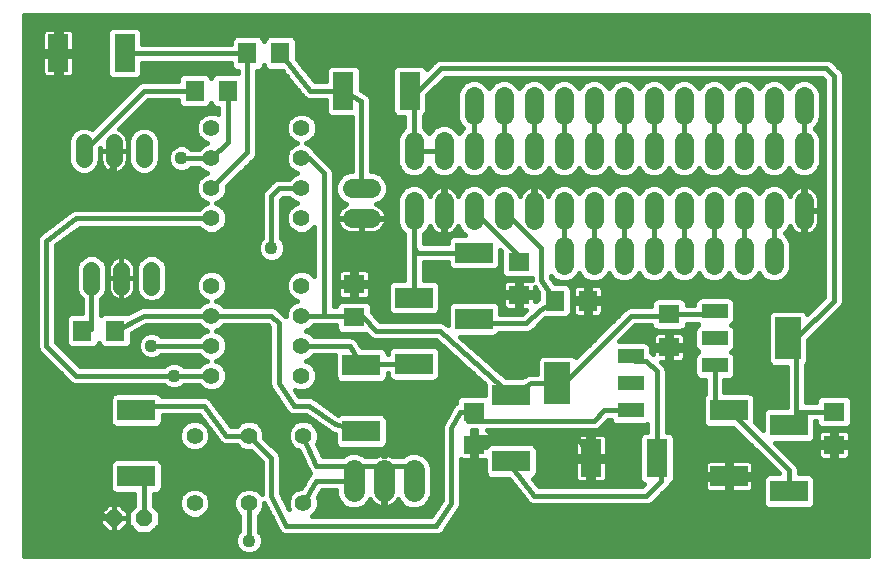
<source format=gbl>
G75*
%MOIN*%
%OFA0B0*%
%FSLAX25Y25*%
%IPPOS*%
%LPD*%
%AMOC8*
5,1,8,0,0,1.08239X$1,22.5*
%
%ADD10R,0.07087X0.06299*%
%ADD11R,0.06299X0.07087*%
%ADD12R,0.08800X0.04800*%
%ADD13R,0.08661X0.14173*%
%ADD14C,0.05600*%
%ADD15C,0.06400*%
%ADD16R,0.07087X0.12598*%
%ADD17C,0.05600*%
%ADD18R,0.12598X0.07087*%
%ADD19C,0.07124*%
%ADD20OC8,0.05600*%
%ADD21C,0.05550*%
%ADD22C,0.01600*%
%ADD23C,0.04362*%
D10*
X0114300Y0083788D03*
X0114300Y0094812D03*
X0169300Y0091288D03*
X0169300Y0102312D03*
X0219300Y0084812D03*
X0219300Y0073788D03*
X0274300Y0052312D03*
X0274300Y0041288D03*
X0154300Y0041288D03*
X0154300Y0052312D03*
D11*
X0181288Y0089300D03*
X0192312Y0089300D03*
X0072312Y0159300D03*
X0061288Y0159300D03*
X0078788Y0171800D03*
X0089812Y0171800D03*
X0034812Y0079300D03*
X0023788Y0079300D03*
D12*
X0206500Y0070900D03*
X0206500Y0061800D03*
X0206500Y0052700D03*
X0234600Y0067700D03*
X0234600Y0076800D03*
X0234600Y0085900D03*
D13*
X0259001Y0076800D03*
X0182099Y0061800D03*
D14*
X0096800Y0064300D03*
X0096800Y0074300D03*
X0096800Y0084300D03*
X0096800Y0094300D03*
X0096800Y0116800D03*
X0096800Y0126800D03*
X0096800Y0136800D03*
X0096800Y0146800D03*
X0066800Y0146800D03*
X0066800Y0136800D03*
X0066800Y0126800D03*
X0066800Y0116800D03*
X0066800Y0094300D03*
X0066800Y0084300D03*
X0066800Y0074300D03*
X0066800Y0064300D03*
D15*
X0113600Y0116800D02*
X0120000Y0116800D01*
X0134300Y0116100D02*
X0134300Y0122500D01*
X0144300Y0122500D02*
X0144300Y0116100D01*
X0154300Y0116100D02*
X0154300Y0122500D01*
X0164300Y0122500D02*
X0164300Y0116100D01*
X0174300Y0116100D02*
X0174300Y0122500D01*
X0184300Y0122500D02*
X0184300Y0116100D01*
X0194300Y0116100D02*
X0194300Y0122500D01*
X0204300Y0122500D02*
X0204300Y0116100D01*
X0214300Y0116100D02*
X0214300Y0122500D01*
X0224300Y0122500D02*
X0224300Y0116100D01*
X0234300Y0116100D02*
X0234300Y0122500D01*
X0244300Y0122500D02*
X0244300Y0116100D01*
X0254300Y0116100D02*
X0254300Y0122500D01*
X0264300Y0122500D02*
X0264300Y0116100D01*
X0254300Y0107500D02*
X0254300Y0101100D01*
X0244300Y0101100D02*
X0244300Y0107500D01*
X0234300Y0107500D02*
X0234300Y0101100D01*
X0224300Y0101100D02*
X0224300Y0107500D01*
X0214300Y0107500D02*
X0214300Y0101100D01*
X0204300Y0101100D02*
X0204300Y0107500D01*
X0194300Y0107500D02*
X0194300Y0101100D01*
X0184300Y0101100D02*
X0184300Y0107500D01*
X0184300Y0136100D02*
X0184300Y0142500D01*
X0194300Y0142500D02*
X0194300Y0136100D01*
X0204300Y0136100D02*
X0204300Y0142500D01*
X0214300Y0142500D02*
X0214300Y0136100D01*
X0224300Y0136100D02*
X0224300Y0142500D01*
X0234300Y0142500D02*
X0234300Y0136100D01*
X0244300Y0136100D02*
X0244300Y0142500D01*
X0254300Y0142500D02*
X0254300Y0136100D01*
X0264300Y0136100D02*
X0264300Y0142500D01*
X0264300Y0151100D02*
X0264300Y0157500D01*
X0254300Y0157500D02*
X0254300Y0151100D01*
X0244300Y0151100D02*
X0244300Y0157500D01*
X0234300Y0157500D02*
X0234300Y0151100D01*
X0224300Y0151100D02*
X0224300Y0157500D01*
X0214300Y0157500D02*
X0214300Y0151100D01*
X0204300Y0151100D02*
X0204300Y0157500D01*
X0194300Y0157500D02*
X0194300Y0151100D01*
X0184300Y0151100D02*
X0184300Y0157500D01*
X0174300Y0157500D02*
X0174300Y0151100D01*
X0164300Y0151100D02*
X0164300Y0157500D01*
X0154300Y0157500D02*
X0154300Y0151100D01*
X0154300Y0142500D02*
X0154300Y0136100D01*
X0164300Y0136100D02*
X0164300Y0142500D01*
X0174300Y0142500D02*
X0174300Y0136100D01*
X0144300Y0136100D02*
X0144300Y0142500D01*
X0134300Y0142500D02*
X0134300Y0136100D01*
X0120000Y0126800D02*
X0113600Y0126800D01*
D16*
X0110776Y0159300D03*
X0132824Y0159300D03*
X0037824Y0171800D03*
X0015776Y0171800D03*
X0193276Y0036800D03*
X0215324Y0036800D03*
D17*
X0046800Y0094000D02*
X0046800Y0099600D01*
X0036800Y0099600D02*
X0036800Y0094000D01*
X0026800Y0094000D02*
X0026800Y0099600D01*
X0024300Y0136500D02*
X0024300Y0142100D01*
X0034300Y0142100D02*
X0034300Y0136500D01*
X0044300Y0136500D02*
X0044300Y0142100D01*
D18*
X0134300Y0090324D03*
X0154300Y0083276D03*
X0134300Y0068276D03*
X0116800Y0067824D03*
X0116800Y0045776D03*
X0166800Y0035776D03*
X0166800Y0057824D03*
X0154300Y0105324D03*
X0239300Y0052824D03*
X0259300Y0047824D03*
X0239300Y0030776D03*
X0259300Y0025776D03*
X0041800Y0030776D03*
X0041800Y0052824D03*
D19*
X0114300Y0032862D02*
X0114300Y0025738D01*
X0124300Y0025738D02*
X0124300Y0032862D01*
X0134300Y0032862D02*
X0134300Y0025738D01*
D20*
X0044300Y0016800D03*
X0034300Y0016800D03*
D21*
X0061200Y0021800D03*
X0079300Y0021800D03*
X0097400Y0021800D03*
X0097400Y0044300D03*
X0079300Y0044300D03*
X0061200Y0044300D03*
D22*
X0004200Y0004200D02*
X0004200Y0184361D01*
X0285601Y0184361D01*
X0285601Y0004200D01*
X0004200Y0004200D01*
X0004200Y0004300D02*
X0285601Y0004300D01*
X0285601Y0005899D02*
X0082377Y0005899D01*
X0081895Y0005416D02*
X0083184Y0006705D01*
X0083881Y0008389D01*
X0083881Y0010211D01*
X0083184Y0011895D01*
X0082500Y0012579D01*
X0082500Y0017682D01*
X0083687Y0018869D01*
X0084475Y0020771D01*
X0084475Y0021795D01*
X0088887Y0012970D01*
X0089087Y0012487D01*
X0089170Y0012404D01*
X0089222Y0012300D01*
X0089618Y0011957D01*
X0089987Y0011587D01*
X0090096Y0011542D01*
X0090184Y0011466D01*
X0090680Y0011300D01*
X0091163Y0011100D01*
X0091281Y0011100D01*
X0091392Y0011063D01*
X0091914Y0011100D01*
X0141487Y0011100D01*
X0141803Y0011037D01*
X0142117Y0011100D01*
X0142437Y0011100D01*
X0142735Y0011224D01*
X0143052Y0011287D01*
X0143317Y0011465D01*
X0143613Y0011587D01*
X0143841Y0011816D01*
X0144109Y0011995D01*
X0144287Y0012261D01*
X0144513Y0012487D01*
X0144636Y0012786D01*
X0149287Y0019761D01*
X0149513Y0019987D01*
X0149636Y0020286D01*
X0149816Y0020555D01*
X0149878Y0020868D01*
X0150000Y0021163D01*
X0150000Y0021487D01*
X0150063Y0021803D01*
X0150000Y0022117D01*
X0150000Y0036497D01*
X0150062Y0036461D01*
X0150520Y0036339D01*
X0153525Y0036339D01*
X0153525Y0040513D01*
X0155075Y0040513D01*
X0155075Y0036339D01*
X0158080Y0036339D01*
X0158101Y0036344D01*
X0158101Y0031756D01*
X0158466Y0030874D01*
X0159141Y0030198D01*
X0160023Y0029833D01*
X0166150Y0029833D01*
X0171498Y0022703D01*
X0171587Y0022487D01*
X0171876Y0022198D01*
X0172122Y0021871D01*
X0172323Y0021752D01*
X0172487Y0021587D01*
X0172865Y0021431D01*
X0173217Y0021222D01*
X0173448Y0021189D01*
X0173663Y0021100D01*
X0174073Y0021100D01*
X0174478Y0021042D01*
X0174703Y0021100D01*
X0212437Y0021100D01*
X0213613Y0021587D01*
X0218613Y0026587D01*
X0219513Y0027487D01*
X0219854Y0028312D01*
X0220226Y0028466D01*
X0220902Y0029141D01*
X0221267Y0030023D01*
X0221267Y0043577D01*
X0220902Y0044459D01*
X0220226Y0045134D01*
X0219344Y0045499D01*
X0218524Y0045499D01*
X0218524Y0066413D01*
X0218036Y0067589D01*
X0216787Y0068839D01*
X0218525Y0068839D01*
X0218525Y0073013D01*
X0220075Y0073013D01*
X0220075Y0068839D01*
X0223080Y0068839D01*
X0223538Y0068961D01*
X0223949Y0069198D01*
X0224284Y0069533D01*
X0224521Y0069944D01*
X0224643Y0070402D01*
X0224643Y0073013D01*
X0220075Y0073013D01*
X0220075Y0074563D01*
X0224643Y0074563D01*
X0224643Y0077175D01*
X0224521Y0077633D01*
X0224284Y0078043D01*
X0223949Y0078378D01*
X0223538Y0078615D01*
X0223080Y0078738D01*
X0220075Y0078738D01*
X0220075Y0074563D01*
X0218525Y0074563D01*
X0218525Y0073013D01*
X0213957Y0073013D01*
X0213957Y0071669D01*
X0213613Y0072013D01*
X0213300Y0072142D01*
X0213300Y0073777D01*
X0212935Y0074659D01*
X0212259Y0075335D01*
X0211377Y0075700D01*
X0202725Y0075700D01*
X0208125Y0081100D01*
X0213392Y0081100D01*
X0213722Y0080303D01*
X0214397Y0079628D01*
X0215279Y0079262D01*
X0223321Y0079262D01*
X0224203Y0079628D01*
X0224878Y0080303D01*
X0225243Y0081185D01*
X0225243Y0081612D01*
X0228694Y0081612D01*
X0228841Y0081465D01*
X0229119Y0081350D01*
X0228841Y0081235D01*
X0228165Y0080559D01*
X0227800Y0079677D01*
X0227800Y0073923D01*
X0228165Y0073041D01*
X0228841Y0072365D01*
X0229119Y0072250D01*
X0228841Y0072135D01*
X0228165Y0071459D01*
X0227800Y0070577D01*
X0227800Y0064823D01*
X0228165Y0063941D01*
X0228841Y0063265D01*
X0229723Y0062900D01*
X0231400Y0062900D01*
X0231400Y0058160D01*
X0230966Y0057726D01*
X0230601Y0056844D01*
X0230601Y0048803D01*
X0230966Y0047921D01*
X0231641Y0047246D01*
X0232523Y0046880D01*
X0240718Y0046880D01*
X0255878Y0031720D01*
X0252523Y0031720D01*
X0251641Y0031354D01*
X0250966Y0030679D01*
X0250601Y0029797D01*
X0250601Y0021756D01*
X0250966Y0020874D01*
X0251641Y0020198D01*
X0252523Y0019833D01*
X0266077Y0019833D01*
X0266959Y0020198D01*
X0267634Y0020874D01*
X0267999Y0021756D01*
X0267999Y0029797D01*
X0267634Y0030679D01*
X0266959Y0031354D01*
X0266077Y0031720D01*
X0262500Y0031720D01*
X0262500Y0033460D01*
X0262013Y0034636D01*
X0254769Y0041880D01*
X0266077Y0041880D01*
X0266959Y0042246D01*
X0267634Y0042921D01*
X0267999Y0043803D01*
X0267999Y0049112D01*
X0268357Y0049112D01*
X0268357Y0048685D01*
X0268722Y0047803D01*
X0269397Y0047128D01*
X0270279Y0046762D01*
X0278321Y0046762D01*
X0279203Y0047128D01*
X0279878Y0047803D01*
X0280243Y0048685D01*
X0280243Y0055939D01*
X0279878Y0056821D01*
X0279203Y0057496D01*
X0278321Y0057861D01*
X0270279Y0057861D01*
X0269397Y0057496D01*
X0268722Y0056821D01*
X0268357Y0055939D01*
X0268357Y0055512D01*
X0265000Y0055512D01*
X0265000Y0067988D01*
X0265366Y0068354D01*
X0265731Y0069236D01*
X0265731Y0076206D01*
X0276113Y0086587D01*
X0277013Y0087487D01*
X0277500Y0088663D01*
X0277500Y0164937D01*
X0277013Y0166113D01*
X0274513Y0168613D01*
X0273613Y0169513D01*
X0272437Y0170000D01*
X0142640Y0170000D01*
X0141464Y0169513D01*
X0138550Y0166599D01*
X0138402Y0166959D01*
X0137726Y0167634D01*
X0136844Y0167999D01*
X0128803Y0167999D01*
X0127921Y0167634D01*
X0127246Y0166959D01*
X0126880Y0166077D01*
X0126880Y0152523D01*
X0127246Y0151641D01*
X0127921Y0150966D01*
X0128803Y0150601D01*
X0131100Y0150601D01*
X0131100Y0147220D01*
X0129553Y0145672D01*
X0128700Y0143614D01*
X0128700Y0134986D01*
X0129553Y0132928D01*
X0131128Y0131353D01*
X0133186Y0130500D01*
X0135414Y0130500D01*
X0137472Y0131353D01*
X0139047Y0132928D01*
X0139300Y0133538D01*
X0139553Y0132928D01*
X0141128Y0131353D01*
X0143186Y0130500D01*
X0145414Y0130500D01*
X0147472Y0131353D01*
X0149047Y0132928D01*
X0149300Y0133538D01*
X0149553Y0132928D01*
X0151128Y0131353D01*
X0153186Y0130500D01*
X0155414Y0130500D01*
X0157472Y0131353D01*
X0159047Y0132928D01*
X0159300Y0133538D01*
X0159553Y0132928D01*
X0161128Y0131353D01*
X0163186Y0130500D01*
X0165414Y0130500D01*
X0167472Y0131353D01*
X0169047Y0132928D01*
X0169300Y0133538D01*
X0169553Y0132928D01*
X0171128Y0131353D01*
X0173186Y0130500D01*
X0175414Y0130500D01*
X0177472Y0131353D01*
X0179047Y0132928D01*
X0179300Y0133538D01*
X0179553Y0132928D01*
X0181128Y0131353D01*
X0183186Y0130500D01*
X0185414Y0130500D01*
X0187472Y0131353D01*
X0189047Y0132928D01*
X0189300Y0133538D01*
X0189553Y0132928D01*
X0191128Y0131353D01*
X0193186Y0130500D01*
X0195414Y0130500D01*
X0197472Y0131353D01*
X0199047Y0132928D01*
X0199300Y0133538D01*
X0199553Y0132928D01*
X0201128Y0131353D01*
X0203186Y0130500D01*
X0205414Y0130500D01*
X0207472Y0131353D01*
X0209047Y0132928D01*
X0209300Y0133538D01*
X0209553Y0132928D01*
X0211128Y0131353D01*
X0213186Y0130500D01*
X0215414Y0130500D01*
X0217472Y0131353D01*
X0219047Y0132928D01*
X0219300Y0133538D01*
X0219553Y0132928D01*
X0221128Y0131353D01*
X0223186Y0130500D01*
X0225414Y0130500D01*
X0227472Y0131353D01*
X0229047Y0132928D01*
X0229300Y0133538D01*
X0229553Y0132928D01*
X0231128Y0131353D01*
X0233186Y0130500D01*
X0235414Y0130500D01*
X0237472Y0131353D01*
X0239047Y0132928D01*
X0239300Y0133538D01*
X0239553Y0132928D01*
X0241128Y0131353D01*
X0243186Y0130500D01*
X0245414Y0130500D01*
X0247472Y0131353D01*
X0249047Y0132928D01*
X0249300Y0133538D01*
X0249553Y0132928D01*
X0251128Y0131353D01*
X0253186Y0130500D01*
X0255414Y0130500D01*
X0257472Y0131353D01*
X0259047Y0132928D01*
X0259300Y0133538D01*
X0259553Y0132928D01*
X0261128Y0131353D01*
X0263186Y0130500D01*
X0265414Y0130500D01*
X0267472Y0131353D01*
X0269047Y0132928D01*
X0269900Y0134986D01*
X0269900Y0143614D01*
X0269047Y0145672D01*
X0267920Y0146800D01*
X0269047Y0147928D01*
X0269900Y0149986D01*
X0269900Y0158614D01*
X0269047Y0160672D01*
X0267472Y0162247D01*
X0265414Y0163100D01*
X0263186Y0163100D01*
X0261128Y0162247D01*
X0259553Y0160672D01*
X0259300Y0160062D01*
X0259047Y0160672D01*
X0257472Y0162247D01*
X0255414Y0163100D01*
X0253186Y0163100D01*
X0251128Y0162247D01*
X0249553Y0160672D01*
X0249300Y0160062D01*
X0249047Y0160672D01*
X0247472Y0162247D01*
X0245414Y0163100D01*
X0243186Y0163100D01*
X0241128Y0162247D01*
X0239553Y0160672D01*
X0239300Y0160062D01*
X0239047Y0160672D01*
X0237472Y0162247D01*
X0235414Y0163100D01*
X0233186Y0163100D01*
X0231128Y0162247D01*
X0229553Y0160672D01*
X0229300Y0160062D01*
X0229047Y0160672D01*
X0227472Y0162247D01*
X0225414Y0163100D01*
X0223186Y0163100D01*
X0221128Y0162247D01*
X0219553Y0160672D01*
X0219300Y0160062D01*
X0219047Y0160672D01*
X0217472Y0162247D01*
X0215414Y0163100D01*
X0213186Y0163100D01*
X0211128Y0162247D01*
X0209553Y0160672D01*
X0209300Y0160062D01*
X0209047Y0160672D01*
X0207472Y0162247D01*
X0205414Y0163100D01*
X0203186Y0163100D01*
X0201128Y0162247D01*
X0199553Y0160672D01*
X0199300Y0160062D01*
X0199047Y0160672D01*
X0197472Y0162247D01*
X0195414Y0163100D01*
X0193186Y0163100D01*
X0191128Y0162247D01*
X0189553Y0160672D01*
X0189300Y0160062D01*
X0189047Y0160672D01*
X0187472Y0162247D01*
X0185414Y0163100D01*
X0183186Y0163100D01*
X0181128Y0162247D01*
X0179553Y0160672D01*
X0179300Y0160062D01*
X0179047Y0160672D01*
X0177472Y0162247D01*
X0175414Y0163100D01*
X0173186Y0163100D01*
X0171128Y0162247D01*
X0169553Y0160672D01*
X0169300Y0160062D01*
X0169047Y0160672D01*
X0167472Y0162247D01*
X0165414Y0163100D01*
X0163186Y0163100D01*
X0161128Y0162247D01*
X0159553Y0160672D01*
X0159300Y0160062D01*
X0159047Y0160672D01*
X0157472Y0162247D01*
X0155414Y0163100D01*
X0153186Y0163100D01*
X0151128Y0162247D01*
X0149553Y0160672D01*
X0148700Y0158614D01*
X0148700Y0149986D01*
X0149553Y0147928D01*
X0150680Y0146800D01*
X0149553Y0145672D01*
X0149300Y0145062D01*
X0149047Y0145672D01*
X0147472Y0147247D01*
X0145414Y0148100D01*
X0143186Y0148100D01*
X0141128Y0147247D01*
X0139553Y0145672D01*
X0139300Y0145062D01*
X0139047Y0145672D01*
X0137500Y0147220D01*
X0137500Y0150872D01*
X0137726Y0150966D01*
X0138402Y0151641D01*
X0138767Y0152523D01*
X0138767Y0157765D01*
X0144602Y0163600D01*
X0270475Y0163600D01*
X0271100Y0162975D01*
X0271100Y0090625D01*
X0265470Y0084995D01*
X0265366Y0085246D01*
X0264691Y0085921D01*
X0263809Y0086287D01*
X0254193Y0086287D01*
X0253311Y0085921D01*
X0252635Y0085246D01*
X0252270Y0084364D01*
X0252270Y0069236D01*
X0252635Y0068354D01*
X0253311Y0067679D01*
X0254193Y0067313D01*
X0258600Y0067313D01*
X0258600Y0053767D01*
X0252523Y0053767D01*
X0251641Y0053402D01*
X0250966Y0052726D01*
X0250601Y0051844D01*
X0250601Y0046048D01*
X0247954Y0048695D01*
X0247999Y0048803D01*
X0247999Y0056844D01*
X0247634Y0057726D01*
X0246959Y0058402D01*
X0246077Y0058767D01*
X0237800Y0058767D01*
X0237800Y0062900D01*
X0239477Y0062900D01*
X0240359Y0063265D01*
X0241035Y0063941D01*
X0241400Y0064823D01*
X0241400Y0070577D01*
X0241035Y0071459D01*
X0240359Y0072135D01*
X0240081Y0072250D01*
X0240359Y0072365D01*
X0241035Y0073041D01*
X0241400Y0073923D01*
X0241400Y0079677D01*
X0241035Y0080559D01*
X0240359Y0081235D01*
X0240081Y0081350D01*
X0240359Y0081465D01*
X0241035Y0082141D01*
X0241400Y0083023D01*
X0241400Y0088777D01*
X0241035Y0089659D01*
X0240359Y0090335D01*
X0239477Y0090700D01*
X0229723Y0090700D01*
X0228841Y0090335D01*
X0228165Y0089659D01*
X0227800Y0088777D01*
X0227800Y0088012D01*
X0225243Y0088012D01*
X0225243Y0088439D01*
X0224878Y0089321D01*
X0224203Y0089996D01*
X0223321Y0090361D01*
X0215279Y0090361D01*
X0214397Y0089996D01*
X0213722Y0089321D01*
X0213357Y0088439D01*
X0213357Y0087500D01*
X0206163Y0087500D01*
X0204987Y0087013D01*
X0204087Y0086113D01*
X0204087Y0086113D01*
X0188343Y0070368D01*
X0187789Y0070921D01*
X0186907Y0071287D01*
X0177291Y0071287D01*
X0176409Y0070921D01*
X0175734Y0070246D01*
X0175369Y0069364D01*
X0175369Y0065000D01*
X0173654Y0065000D01*
X0173402Y0065060D01*
X0173023Y0065000D01*
X0172640Y0065000D01*
X0172400Y0064901D01*
X0172144Y0064860D01*
X0171818Y0064660D01*
X0171464Y0064513D01*
X0171280Y0064330D01*
X0170364Y0063767D01*
X0164961Y0063767D01*
X0149816Y0077333D01*
X0161077Y0077333D01*
X0161959Y0077698D01*
X0162634Y0078374D01*
X0162728Y0078600D01*
X0172437Y0078600D01*
X0173613Y0079087D01*
X0174513Y0079987D01*
X0177882Y0083357D01*
X0184915Y0083357D01*
X0185797Y0083722D01*
X0186472Y0084397D01*
X0186838Y0085279D01*
X0186838Y0093321D01*
X0186472Y0094203D01*
X0185797Y0094878D01*
X0184915Y0095243D01*
X0181274Y0095243D01*
X0180000Y0097227D01*
X0180000Y0097480D01*
X0181128Y0096353D01*
X0183186Y0095500D01*
X0185414Y0095500D01*
X0187472Y0096353D01*
X0189047Y0097928D01*
X0189300Y0098538D01*
X0189553Y0097928D01*
X0191128Y0096353D01*
X0193186Y0095500D01*
X0195414Y0095500D01*
X0197472Y0096353D01*
X0199047Y0097928D01*
X0199300Y0098538D01*
X0199553Y0097928D01*
X0201128Y0096353D01*
X0203186Y0095500D01*
X0205414Y0095500D01*
X0207472Y0096353D01*
X0209047Y0097928D01*
X0209300Y0098538D01*
X0209553Y0097928D01*
X0211128Y0096353D01*
X0213186Y0095500D01*
X0215414Y0095500D01*
X0217472Y0096353D01*
X0219047Y0097928D01*
X0219300Y0098538D01*
X0219553Y0097928D01*
X0221128Y0096353D01*
X0223186Y0095500D01*
X0225414Y0095500D01*
X0227472Y0096353D01*
X0229047Y0097928D01*
X0229300Y0098538D01*
X0229553Y0097928D01*
X0231128Y0096353D01*
X0233186Y0095500D01*
X0235414Y0095500D01*
X0237472Y0096353D01*
X0239047Y0097928D01*
X0239300Y0098538D01*
X0239553Y0097928D01*
X0241128Y0096353D01*
X0243186Y0095500D01*
X0245414Y0095500D01*
X0247472Y0096353D01*
X0249047Y0097928D01*
X0249300Y0098538D01*
X0249553Y0097928D01*
X0251128Y0096353D01*
X0253186Y0095500D01*
X0255414Y0095500D01*
X0257472Y0096353D01*
X0259047Y0097928D01*
X0259900Y0099986D01*
X0259900Y0108614D01*
X0259047Y0110672D01*
X0257920Y0111800D01*
X0259047Y0112928D01*
X0259622Y0114316D01*
X0259666Y0114181D01*
X0260024Y0113479D01*
X0260486Y0112843D01*
X0261043Y0112286D01*
X0261679Y0111824D01*
X0262381Y0111466D01*
X0263129Y0111223D01*
X0263906Y0111100D01*
X0264100Y0111100D01*
X0264100Y0119100D01*
X0264500Y0119100D01*
X0264500Y0119500D01*
X0264100Y0119500D01*
X0264100Y0127500D01*
X0263906Y0127500D01*
X0263129Y0127377D01*
X0262381Y0127134D01*
X0261679Y0126776D01*
X0261043Y0126314D01*
X0260486Y0125757D01*
X0260024Y0125121D01*
X0259666Y0124419D01*
X0259622Y0124284D01*
X0259047Y0125672D01*
X0257472Y0127247D01*
X0255414Y0128100D01*
X0253186Y0128100D01*
X0251128Y0127247D01*
X0249553Y0125672D01*
X0249300Y0125062D01*
X0249047Y0125672D01*
X0247472Y0127247D01*
X0245414Y0128100D01*
X0243186Y0128100D01*
X0241128Y0127247D01*
X0239553Y0125672D01*
X0239300Y0125062D01*
X0239047Y0125672D01*
X0237472Y0127247D01*
X0235414Y0128100D01*
X0233186Y0128100D01*
X0231128Y0127247D01*
X0229553Y0125672D01*
X0229300Y0125062D01*
X0229047Y0125672D01*
X0227472Y0127247D01*
X0225414Y0128100D01*
X0223186Y0128100D01*
X0221128Y0127247D01*
X0219553Y0125672D01*
X0219300Y0125062D01*
X0219047Y0125672D01*
X0217472Y0127247D01*
X0215414Y0128100D01*
X0213186Y0128100D01*
X0211128Y0127247D01*
X0209553Y0125672D01*
X0209300Y0125062D01*
X0209047Y0125672D01*
X0207472Y0127247D01*
X0205414Y0128100D01*
X0203186Y0128100D01*
X0201128Y0127247D01*
X0199553Y0125672D01*
X0199300Y0125062D01*
X0199047Y0125672D01*
X0197472Y0127247D01*
X0195414Y0128100D01*
X0193186Y0128100D01*
X0191128Y0127247D01*
X0189553Y0125672D01*
X0189300Y0125062D01*
X0189047Y0125672D01*
X0187472Y0127247D01*
X0185414Y0128100D01*
X0183186Y0128100D01*
X0181128Y0127247D01*
X0179553Y0125672D01*
X0178978Y0124284D01*
X0178934Y0124419D01*
X0178576Y0125121D01*
X0178114Y0125757D01*
X0177557Y0126314D01*
X0176921Y0126776D01*
X0176219Y0127134D01*
X0175471Y0127377D01*
X0174694Y0127500D01*
X0174500Y0127500D01*
X0174500Y0119500D01*
X0174100Y0119500D01*
X0174100Y0127500D01*
X0173906Y0127500D01*
X0173129Y0127377D01*
X0172381Y0127134D01*
X0171679Y0126776D01*
X0171043Y0126314D01*
X0170486Y0125757D01*
X0170024Y0125121D01*
X0169666Y0124419D01*
X0169622Y0124284D01*
X0169047Y0125672D01*
X0167472Y0127247D01*
X0165414Y0128100D01*
X0163186Y0128100D01*
X0161128Y0127247D01*
X0159553Y0125672D01*
X0159300Y0125062D01*
X0159047Y0125672D01*
X0157472Y0127247D01*
X0155414Y0128100D01*
X0153186Y0128100D01*
X0151128Y0127247D01*
X0149553Y0125672D01*
X0148978Y0124284D01*
X0148934Y0124419D01*
X0148576Y0125121D01*
X0148114Y0125757D01*
X0147557Y0126314D01*
X0146921Y0126776D01*
X0146219Y0127134D01*
X0145471Y0127377D01*
X0144694Y0127500D01*
X0144500Y0127500D01*
X0144500Y0119500D01*
X0144100Y0119500D01*
X0144100Y0127500D01*
X0143906Y0127500D01*
X0143129Y0127377D01*
X0142381Y0127134D01*
X0141679Y0126776D01*
X0141043Y0126314D01*
X0140486Y0125757D01*
X0140024Y0125121D01*
X0139666Y0124419D01*
X0139622Y0124284D01*
X0139047Y0125672D01*
X0137472Y0127247D01*
X0135414Y0128100D01*
X0133186Y0128100D01*
X0131128Y0127247D01*
X0129553Y0125672D01*
X0128700Y0123614D01*
X0128700Y0114986D01*
X0129553Y0112928D01*
X0131100Y0111380D01*
X0131100Y0096267D01*
X0127523Y0096267D01*
X0126641Y0095902D01*
X0125966Y0095226D01*
X0125601Y0094344D01*
X0125601Y0086303D01*
X0125966Y0085421D01*
X0126641Y0084746D01*
X0127523Y0084380D01*
X0141077Y0084380D01*
X0141959Y0084746D01*
X0142634Y0085421D01*
X0142999Y0086303D01*
X0142999Y0094344D01*
X0142634Y0095226D01*
X0141959Y0095902D01*
X0141077Y0096267D01*
X0137500Y0096267D01*
X0137500Y0102124D01*
X0145601Y0102124D01*
X0145601Y0101303D01*
X0145966Y0100421D01*
X0146641Y0099746D01*
X0147523Y0099380D01*
X0161077Y0099380D01*
X0161959Y0099746D01*
X0162634Y0100421D01*
X0162999Y0101303D01*
X0162999Y0106075D01*
X0163357Y0105718D01*
X0163357Y0098685D01*
X0163722Y0097803D01*
X0164397Y0097128D01*
X0165279Y0096762D01*
X0173321Y0096762D01*
X0173600Y0096878D01*
X0173600Y0096633D01*
X0173538Y0096347D01*
X0173585Y0096088D01*
X0173538Y0096115D01*
X0173080Y0096238D01*
X0170075Y0096238D01*
X0170075Y0092063D01*
X0174643Y0092063D01*
X0174643Y0093725D01*
X0175739Y0092019D01*
X0175739Y0089693D01*
X0174842Y0089153D01*
X0174643Y0089070D01*
X0174643Y0090513D01*
X0170075Y0090513D01*
X0170075Y0086339D01*
X0171813Y0086339D01*
X0170475Y0085000D01*
X0162999Y0085000D01*
X0162999Y0087297D01*
X0162634Y0088179D01*
X0161959Y0088854D01*
X0161077Y0089220D01*
X0147523Y0089220D01*
X0146641Y0088854D01*
X0145966Y0088179D01*
X0145601Y0087297D01*
X0145601Y0081108D01*
X0145024Y0081625D01*
X0144636Y0082013D01*
X0144552Y0082048D01*
X0144485Y0082108D01*
X0143967Y0082290D01*
X0143460Y0082500D01*
X0143369Y0082500D01*
X0143283Y0082530D01*
X0142736Y0082500D01*
X0123125Y0082500D01*
X0120243Y0085382D01*
X0120243Y0087415D01*
X0119878Y0088297D01*
X0119203Y0088972D01*
X0118321Y0089338D01*
X0110279Y0089338D01*
X0109397Y0088972D01*
X0108722Y0088297D01*
X0108405Y0087531D01*
X0108304Y0087500D01*
X0107500Y0087500D01*
X0107500Y0132437D01*
X0107013Y0133613D01*
X0106113Y0134513D01*
X0101441Y0139185D01*
X0101208Y0139746D01*
X0099746Y0141208D01*
X0098317Y0141800D01*
X0099746Y0142392D01*
X0101208Y0143854D01*
X0102000Y0145766D01*
X0102000Y0147834D01*
X0101208Y0149746D01*
X0099746Y0151208D01*
X0097834Y0152000D01*
X0095766Y0152000D01*
X0093854Y0151208D01*
X0092392Y0149746D01*
X0091600Y0147834D01*
X0091600Y0145766D01*
X0092392Y0143854D01*
X0093854Y0142392D01*
X0095283Y0141800D01*
X0093854Y0141208D01*
X0092392Y0139746D01*
X0091600Y0137834D01*
X0091600Y0135766D01*
X0092392Y0133854D01*
X0093854Y0132392D01*
X0095283Y0131800D01*
X0093854Y0131208D01*
X0092646Y0130000D01*
X0088663Y0130000D01*
X0087487Y0129513D01*
X0084987Y0127013D01*
X0084087Y0126113D01*
X0083600Y0124937D01*
X0083600Y0110079D01*
X0082916Y0109395D01*
X0082219Y0107711D01*
X0082219Y0105889D01*
X0082916Y0104205D01*
X0084205Y0102916D01*
X0085889Y0102219D01*
X0087711Y0102219D01*
X0089395Y0102916D01*
X0090684Y0104205D01*
X0091381Y0105889D01*
X0091381Y0107711D01*
X0090684Y0109395D01*
X0090000Y0110079D01*
X0090000Y0122975D01*
X0090625Y0123600D01*
X0092646Y0123600D01*
X0093854Y0122392D01*
X0095283Y0121800D01*
X0093854Y0121208D01*
X0092392Y0119746D01*
X0091600Y0117834D01*
X0091600Y0115766D01*
X0092392Y0113854D01*
X0093854Y0112392D01*
X0095766Y0111600D01*
X0097834Y0111600D01*
X0099746Y0112392D01*
X0101100Y0113746D01*
X0101100Y0097354D01*
X0099746Y0098708D01*
X0097834Y0099500D01*
X0095766Y0099500D01*
X0093854Y0098708D01*
X0092392Y0097246D01*
X0091600Y0095334D01*
X0091600Y0093266D01*
X0092392Y0091354D01*
X0093854Y0089892D01*
X0095283Y0089300D01*
X0093854Y0088708D01*
X0092392Y0087246D01*
X0091600Y0085334D01*
X0091600Y0084025D01*
X0091113Y0084513D01*
X0091113Y0084513D01*
X0089513Y0086113D01*
X0088613Y0087013D01*
X0087437Y0087500D01*
X0070954Y0087500D01*
X0069746Y0088708D01*
X0068317Y0089300D01*
X0069746Y0089892D01*
X0071208Y0091354D01*
X0072000Y0093266D01*
X0072000Y0095334D01*
X0071208Y0097246D01*
X0069746Y0098708D01*
X0067834Y0099500D01*
X0065766Y0099500D01*
X0063854Y0098708D01*
X0062392Y0097246D01*
X0061600Y0095334D01*
X0061600Y0093266D01*
X0062392Y0091354D01*
X0063854Y0089892D01*
X0065283Y0089300D01*
X0063854Y0088708D01*
X0062646Y0087500D01*
X0044784Y0087500D01*
X0044639Y0087545D01*
X0044152Y0087500D01*
X0043663Y0087500D01*
X0043523Y0087442D01*
X0043371Y0087428D01*
X0042939Y0087200D01*
X0042487Y0087013D01*
X0042380Y0086905D01*
X0038880Y0085061D01*
X0038439Y0085243D01*
X0031185Y0085243D01*
X0030303Y0084878D01*
X0030000Y0084575D01*
X0030000Y0089846D01*
X0031208Y0091054D01*
X0032000Y0092966D01*
X0032000Y0100634D01*
X0031208Y0102546D01*
X0029746Y0104008D01*
X0027834Y0104800D01*
X0025766Y0104800D01*
X0023854Y0104008D01*
X0022392Y0102546D01*
X0021600Y0100634D01*
X0021600Y0092966D01*
X0022392Y0091054D01*
X0023600Y0089846D01*
X0023600Y0085243D01*
X0020161Y0085243D01*
X0019279Y0084878D01*
X0018604Y0084203D01*
X0018239Y0083321D01*
X0018239Y0075279D01*
X0018604Y0074397D01*
X0019279Y0073722D01*
X0020161Y0073357D01*
X0027415Y0073357D01*
X0028297Y0073722D01*
X0028972Y0074397D01*
X0029300Y0075188D01*
X0029628Y0074397D01*
X0030303Y0073722D01*
X0031185Y0073357D01*
X0038439Y0073357D01*
X0039321Y0073722D01*
X0039996Y0074397D01*
X0040361Y0075279D01*
X0040361Y0078607D01*
X0045092Y0081100D01*
X0062646Y0081100D01*
X0063854Y0079892D01*
X0065283Y0079300D01*
X0063854Y0078708D01*
X0062646Y0077500D01*
X0050079Y0077500D01*
X0049395Y0078184D01*
X0047711Y0078881D01*
X0045889Y0078881D01*
X0044205Y0078184D01*
X0042916Y0076895D01*
X0042219Y0075211D01*
X0042219Y0073389D01*
X0042916Y0071705D01*
X0044205Y0070416D01*
X0045889Y0069719D01*
X0047711Y0069719D01*
X0049395Y0070416D01*
X0050079Y0071100D01*
X0062646Y0071100D01*
X0063854Y0069892D01*
X0065283Y0069300D01*
X0063854Y0068708D01*
X0062646Y0067500D01*
X0057579Y0067500D01*
X0056895Y0068184D01*
X0055211Y0068881D01*
X0053389Y0068881D01*
X0051705Y0068184D01*
X0051021Y0067500D01*
X0023125Y0067500D01*
X0015000Y0075625D01*
X0015000Y0107700D01*
X0022867Y0113600D01*
X0062646Y0113600D01*
X0063854Y0112392D01*
X0065766Y0111600D01*
X0067834Y0111600D01*
X0069746Y0112392D01*
X0071208Y0113854D01*
X0072000Y0115766D01*
X0072000Y0117834D01*
X0071208Y0119746D01*
X0069746Y0121208D01*
X0068317Y0121800D01*
X0069746Y0122392D01*
X0071208Y0123854D01*
X0072000Y0125766D01*
X0072000Y0127475D01*
X0081501Y0136976D01*
X0081988Y0138152D01*
X0081988Y0165857D01*
X0082415Y0165857D01*
X0083297Y0166222D01*
X0083972Y0166897D01*
X0084300Y0167688D01*
X0084628Y0166897D01*
X0085303Y0166222D01*
X0086185Y0165857D01*
X0090468Y0165857D01*
X0097029Y0157656D01*
X0097099Y0157487D01*
X0097424Y0157163D01*
X0097711Y0156804D01*
X0097870Y0156716D01*
X0097999Y0156587D01*
X0098423Y0156411D01*
X0098826Y0156190D01*
X0099007Y0156170D01*
X0099175Y0156100D01*
X0099635Y0156100D01*
X0100091Y0156049D01*
X0100266Y0156100D01*
X0104833Y0156100D01*
X0104833Y0152523D01*
X0105198Y0151641D01*
X0105874Y0150966D01*
X0106756Y0150601D01*
X0113600Y0150601D01*
X0113600Y0132400D01*
X0112486Y0132400D01*
X0110428Y0131547D01*
X0108853Y0129972D01*
X0108000Y0127914D01*
X0108000Y0125686D01*
X0108853Y0123628D01*
X0110428Y0122053D01*
X0111816Y0121478D01*
X0111681Y0121434D01*
X0110979Y0121076D01*
X0110343Y0120614D01*
X0109786Y0120057D01*
X0109324Y0119421D01*
X0108966Y0118719D01*
X0108723Y0117971D01*
X0108600Y0117194D01*
X0108600Y0117000D01*
X0116600Y0117000D01*
X0116600Y0116600D01*
X0117000Y0116600D01*
X0117000Y0117000D01*
X0125000Y0117000D01*
X0125000Y0117194D01*
X0124877Y0117971D01*
X0124634Y0118719D01*
X0124276Y0119421D01*
X0123814Y0120057D01*
X0123257Y0120614D01*
X0122621Y0121076D01*
X0121919Y0121434D01*
X0121784Y0121478D01*
X0123172Y0122053D01*
X0124747Y0123628D01*
X0125600Y0125686D01*
X0125600Y0127914D01*
X0124747Y0129972D01*
X0123172Y0131547D01*
X0121114Y0132400D01*
X0120000Y0132400D01*
X0120000Y0155558D01*
X0120057Y0155971D01*
X0120000Y0156188D01*
X0120000Y0156413D01*
X0119840Y0156799D01*
X0119734Y0157203D01*
X0119599Y0157382D01*
X0119513Y0157589D01*
X0119218Y0157884D01*
X0118965Y0158217D01*
X0118771Y0158330D01*
X0118613Y0158489D01*
X0118227Y0158649D01*
X0116720Y0159531D01*
X0116720Y0166077D01*
X0116354Y0166959D01*
X0115679Y0167634D01*
X0114797Y0167999D01*
X0106756Y0167999D01*
X0105874Y0167634D01*
X0105198Y0166959D01*
X0104833Y0166077D01*
X0104833Y0162500D01*
X0101350Y0162500D01*
X0095361Y0169985D01*
X0095361Y0175821D01*
X0094996Y0176703D01*
X0094321Y0177378D01*
X0093439Y0177743D01*
X0086185Y0177743D01*
X0085303Y0177378D01*
X0084628Y0176703D01*
X0084300Y0175912D01*
X0083972Y0176703D01*
X0083297Y0177378D01*
X0082415Y0177743D01*
X0075161Y0177743D01*
X0074279Y0177378D01*
X0073604Y0176703D01*
X0073239Y0175821D01*
X0073239Y0175000D01*
X0043767Y0175000D01*
X0043767Y0178577D01*
X0043402Y0179459D01*
X0042726Y0180134D01*
X0041844Y0180499D01*
X0033803Y0180499D01*
X0032921Y0180134D01*
X0032246Y0179459D01*
X0031880Y0178577D01*
X0031880Y0165023D01*
X0032246Y0164141D01*
X0032921Y0163466D01*
X0033803Y0163101D01*
X0041844Y0163101D01*
X0042726Y0163466D01*
X0043402Y0164141D01*
X0043767Y0165023D01*
X0043767Y0168600D01*
X0073239Y0168600D01*
X0073239Y0167779D01*
X0073604Y0166897D01*
X0074279Y0166222D01*
X0075161Y0165857D01*
X0075588Y0165857D01*
X0075588Y0165243D01*
X0068685Y0165243D01*
X0067803Y0164878D01*
X0067128Y0164203D01*
X0066800Y0163412D01*
X0066472Y0164203D01*
X0065797Y0164878D01*
X0064915Y0165243D01*
X0057661Y0165243D01*
X0056779Y0164878D01*
X0056104Y0164203D01*
X0055739Y0163321D01*
X0055739Y0162500D01*
X0043663Y0162500D01*
X0042487Y0162013D01*
X0041587Y0161113D01*
X0041587Y0161113D01*
X0027060Y0146585D01*
X0025334Y0147300D01*
X0023266Y0147300D01*
X0021354Y0146508D01*
X0019892Y0145046D01*
X0019100Y0143134D01*
X0019100Y0135466D01*
X0019892Y0133554D01*
X0021354Y0132092D01*
X0023266Y0131300D01*
X0025334Y0131300D01*
X0027246Y0132092D01*
X0028708Y0133554D01*
X0029500Y0135466D01*
X0029500Y0139975D01*
X0029700Y0140175D01*
X0029700Y0139300D01*
X0034300Y0139300D01*
X0034300Y0134300D01*
X0029300Y0129300D01*
X0016800Y0129300D01*
X0015776Y0130324D01*
X0015776Y0171800D01*
X0014976Y0172144D02*
X0004200Y0172144D01*
X0004200Y0173742D02*
X0010433Y0173742D01*
X0010433Y0172600D02*
X0014976Y0172600D01*
X0014976Y0171000D01*
X0010433Y0171000D01*
X0010433Y0165264D01*
X0010556Y0164806D01*
X0010793Y0164396D01*
X0011128Y0164060D01*
X0011538Y0163823D01*
X0011996Y0163701D01*
X0014976Y0163701D01*
X0014976Y0171000D01*
X0016576Y0171000D01*
X0016576Y0163701D01*
X0019557Y0163701D01*
X0020014Y0163823D01*
X0020425Y0164060D01*
X0020760Y0164396D01*
X0020997Y0164806D01*
X0021120Y0165264D01*
X0021120Y0171000D01*
X0016576Y0171000D01*
X0016576Y0172600D01*
X0014976Y0172600D01*
X0014976Y0179899D01*
X0011996Y0179899D01*
X0011538Y0179777D01*
X0011128Y0179540D01*
X0010793Y0179204D01*
X0010556Y0178794D01*
X0010433Y0178336D01*
X0010433Y0172600D01*
X0010433Y0170545D02*
X0004200Y0170545D01*
X0004200Y0168947D02*
X0010433Y0168947D01*
X0010433Y0167348D02*
X0004200Y0167348D01*
X0004200Y0165750D02*
X0010433Y0165750D01*
X0011037Y0164151D02*
X0004200Y0164151D01*
X0004200Y0162553D02*
X0055739Y0162553D01*
X0056083Y0164151D02*
X0043406Y0164151D01*
X0043767Y0165750D02*
X0075588Y0165750D01*
X0073417Y0167348D02*
X0043767Y0167348D01*
X0041429Y0160954D02*
X0004200Y0160954D01*
X0004200Y0159356D02*
X0039830Y0159356D01*
X0038232Y0157757D02*
X0004200Y0157757D01*
X0004200Y0156159D02*
X0036633Y0156159D01*
X0035035Y0154560D02*
X0004200Y0154560D01*
X0004200Y0152962D02*
X0033436Y0152962D01*
X0031838Y0151363D02*
X0004200Y0151363D01*
X0004200Y0149765D02*
X0030239Y0149765D01*
X0028641Y0148166D02*
X0004200Y0148166D01*
X0004200Y0146568D02*
X0021497Y0146568D01*
X0019860Y0144969D02*
X0004200Y0144969D01*
X0004200Y0143370D02*
X0019198Y0143370D01*
X0019100Y0141772D02*
X0004200Y0141772D01*
X0004200Y0140173D02*
X0019100Y0140173D01*
X0019100Y0138575D02*
X0004200Y0138575D01*
X0004200Y0136976D02*
X0019100Y0136976D01*
X0019136Y0135378D02*
X0004200Y0135378D01*
X0004200Y0133779D02*
X0019798Y0133779D01*
X0021265Y0132181D02*
X0004200Y0132181D01*
X0004200Y0130582D02*
X0063228Y0130582D01*
X0063854Y0131208D02*
X0062392Y0129746D01*
X0061600Y0127834D01*
X0061600Y0125766D01*
X0062392Y0123854D01*
X0063854Y0122392D01*
X0065283Y0121800D01*
X0063854Y0121208D01*
X0062646Y0120000D01*
X0022027Y0120000D01*
X0021622Y0120058D01*
X0021397Y0120000D01*
X0021163Y0120000D01*
X0020786Y0119843D01*
X0020389Y0119742D01*
X0020203Y0119602D01*
X0019987Y0119513D01*
X0019698Y0119224D01*
X0010203Y0112102D01*
X0009987Y0112013D01*
X0009698Y0111724D01*
X0009371Y0111478D01*
X0009252Y0111277D01*
X0009087Y0111113D01*
X0008931Y0110735D01*
X0008722Y0110383D01*
X0008689Y0110152D01*
X0008600Y0109937D01*
X0008600Y0109527D01*
X0008542Y0109122D01*
X0008600Y0108897D01*
X0008600Y0073663D01*
X0009087Y0072487D01*
X0019087Y0062487D01*
X0019987Y0061587D01*
X0021163Y0061100D01*
X0051021Y0061100D01*
X0051705Y0060416D01*
X0053389Y0059719D01*
X0055211Y0059719D01*
X0056895Y0060416D01*
X0057579Y0061100D01*
X0062646Y0061100D01*
X0063854Y0059892D01*
X0065766Y0059100D01*
X0067834Y0059100D01*
X0069746Y0059892D01*
X0071208Y0061354D01*
X0072000Y0063266D01*
X0072000Y0065334D01*
X0071208Y0067246D01*
X0069746Y0068708D01*
X0068317Y0069300D01*
X0069746Y0069892D01*
X0071208Y0071354D01*
X0072000Y0073266D01*
X0072000Y0075334D01*
X0071208Y0077246D01*
X0069746Y0078708D01*
X0068317Y0079300D01*
X0069746Y0079892D01*
X0070954Y0081100D01*
X0085475Y0081100D01*
X0086100Y0080475D01*
X0086100Y0062117D01*
X0086037Y0061803D01*
X0086100Y0061487D01*
X0086100Y0061163D01*
X0086222Y0060868D01*
X0086284Y0060555D01*
X0086464Y0060286D01*
X0086587Y0059987D01*
X0086813Y0059761D01*
X0091464Y0052786D01*
X0091587Y0052487D01*
X0091813Y0052261D01*
X0091991Y0051995D01*
X0092259Y0051816D01*
X0092487Y0051587D01*
X0092783Y0051465D01*
X0093048Y0051287D01*
X0093365Y0051224D01*
X0093663Y0051100D01*
X0093983Y0051100D01*
X0094297Y0051037D01*
X0094613Y0051100D01*
X0098283Y0051100D01*
X0105913Y0045708D01*
X0106352Y0045364D01*
X0106430Y0045343D01*
X0106497Y0045296D01*
X0107041Y0045173D01*
X0108101Y0044877D01*
X0108101Y0041756D01*
X0108466Y0040874D01*
X0109141Y0040198D01*
X0110023Y0039833D01*
X0123577Y0039833D01*
X0124459Y0040198D01*
X0125134Y0040874D01*
X0125499Y0041756D01*
X0125499Y0049797D01*
X0125134Y0050679D01*
X0124459Y0051354D01*
X0123577Y0051720D01*
X0110023Y0051720D01*
X0109141Y0051354D01*
X0109088Y0051301D01*
X0101370Y0056756D01*
X0101113Y0057013D01*
X0100855Y0057120D01*
X0100627Y0057281D01*
X0100272Y0057361D01*
X0099937Y0057500D01*
X0099657Y0057500D01*
X0099385Y0057562D01*
X0099027Y0057500D01*
X0096013Y0057500D01*
X0094633Y0059569D01*
X0095766Y0059100D01*
X0097834Y0059100D01*
X0099746Y0059892D01*
X0101208Y0061354D01*
X0102000Y0063266D01*
X0102000Y0065334D01*
X0101208Y0067246D01*
X0099746Y0068708D01*
X0098317Y0069300D01*
X0099746Y0069892D01*
X0100954Y0071100D01*
X0108101Y0071100D01*
X0108101Y0063803D01*
X0108466Y0062921D01*
X0109141Y0062246D01*
X0110023Y0061880D01*
X0123577Y0061880D01*
X0124459Y0062246D01*
X0125134Y0062921D01*
X0125499Y0063803D01*
X0125499Y0065076D01*
X0125601Y0065076D01*
X0125601Y0064256D01*
X0125966Y0063374D01*
X0126641Y0062698D01*
X0127523Y0062333D01*
X0141077Y0062333D01*
X0141959Y0062698D01*
X0142634Y0063374D01*
X0142999Y0064256D01*
X0142999Y0072297D01*
X0142634Y0073179D01*
X0141959Y0073854D01*
X0141077Y0074220D01*
X0127523Y0074220D01*
X0126641Y0073854D01*
X0125966Y0073179D01*
X0125601Y0072297D01*
X0125601Y0071476D01*
X0125499Y0071476D01*
X0125499Y0071844D01*
X0125134Y0072726D01*
X0124459Y0073402D01*
X0123577Y0073767D01*
X0116906Y0073767D01*
X0115683Y0075759D01*
X0115536Y0076113D01*
X0115353Y0076296D01*
X0115218Y0076517D01*
X0114907Y0076742D01*
X0114636Y0077013D01*
X0114397Y0077112D01*
X0114187Y0077264D01*
X0113814Y0077353D01*
X0113460Y0077500D01*
X0113201Y0077500D01*
X0112949Y0077560D01*
X0112570Y0077500D01*
X0100954Y0077500D01*
X0099746Y0078708D01*
X0098317Y0079300D01*
X0099746Y0079892D01*
X0100954Y0081100D01*
X0108357Y0081100D01*
X0108357Y0080161D01*
X0108722Y0079279D01*
X0109397Y0078604D01*
X0110279Y0078239D01*
X0118321Y0078239D01*
X0118331Y0078243D01*
X0119087Y0077487D01*
X0119987Y0076587D01*
X0121163Y0076100D01*
X0141600Y0076100D01*
X0158101Y0061320D01*
X0158101Y0057861D01*
X0150279Y0057861D01*
X0149397Y0057496D01*
X0148722Y0056821D01*
X0148357Y0055939D01*
X0148357Y0055220D01*
X0148300Y0055203D01*
X0148163Y0055092D01*
X0147999Y0055025D01*
X0147671Y0054696D01*
X0147309Y0054405D01*
X0147224Y0054250D01*
X0147099Y0054124D01*
X0146921Y0053695D01*
X0144212Y0048738D01*
X0144087Y0048613D01*
X0143909Y0048184D01*
X0143687Y0047776D01*
X0143668Y0047600D01*
X0143600Y0047437D01*
X0143600Y0046972D01*
X0143550Y0046510D01*
X0143600Y0046340D01*
X0143600Y0022769D01*
X0140087Y0017500D01*
X0100418Y0017500D01*
X0101787Y0018869D01*
X0102575Y0020771D01*
X0102575Y0022829D01*
X0102219Y0023689D01*
X0103633Y0026100D01*
X0108338Y0026100D01*
X0108338Y0024552D01*
X0109245Y0022360D01*
X0110923Y0020683D01*
X0113114Y0019776D01*
X0115486Y0019776D01*
X0117677Y0020683D01*
X0119355Y0022360D01*
X0119645Y0023062D01*
X0119714Y0022927D01*
X0120210Y0022245D01*
X0120807Y0021648D01*
X0121490Y0021152D01*
X0122242Y0020768D01*
X0123044Y0020508D01*
X0123878Y0020376D01*
X0123919Y0020376D01*
X0123919Y0028919D01*
X0124681Y0028919D01*
X0124681Y0020376D01*
X0124722Y0020376D01*
X0125556Y0020508D01*
X0126358Y0020768D01*
X0127110Y0021152D01*
X0127793Y0021648D01*
X0128390Y0022245D01*
X0128886Y0022927D01*
X0128955Y0023062D01*
X0129245Y0022360D01*
X0130923Y0020683D01*
X0133114Y0019776D01*
X0135486Y0019776D01*
X0137677Y0020683D01*
X0139355Y0022360D01*
X0140262Y0024552D01*
X0140262Y0034048D01*
X0139355Y0036240D01*
X0137677Y0037917D01*
X0135486Y0038824D01*
X0133114Y0038824D01*
X0130923Y0037917D01*
X0130506Y0037500D01*
X0127009Y0037500D01*
X0126358Y0037832D01*
X0125556Y0038092D01*
X0124722Y0038224D01*
X0124681Y0038224D01*
X0124681Y0037500D01*
X0123919Y0037500D01*
X0123919Y0038224D01*
X0123878Y0038224D01*
X0123044Y0038092D01*
X0122242Y0037832D01*
X0121591Y0037500D01*
X0118094Y0037500D01*
X0117677Y0037917D01*
X0115486Y0038824D01*
X0113114Y0038824D01*
X0110923Y0037917D01*
X0110506Y0037500D01*
X0103835Y0037500D01*
X0101898Y0041638D01*
X0102575Y0043271D01*
X0102575Y0045329D01*
X0101787Y0047231D01*
X0100331Y0048687D01*
X0098429Y0049475D01*
X0096371Y0049475D01*
X0094469Y0048687D01*
X0093013Y0047231D01*
X0092225Y0045329D01*
X0092225Y0043271D01*
X0093013Y0041369D01*
X0094469Y0039913D01*
X0095921Y0039311D01*
X0098871Y0033009D01*
X0099087Y0032487D01*
X0099140Y0032435D01*
X0099172Y0032367D01*
X0099588Y0031986D01*
X0099775Y0031800D01*
X0099693Y0031719D01*
X0099362Y0031468D01*
X0099247Y0031273D01*
X0099087Y0031113D01*
X0098928Y0030729D01*
X0096726Y0026975D01*
X0096371Y0026975D01*
X0094469Y0026187D01*
X0093013Y0024731D01*
X0092225Y0022829D01*
X0092225Y0020771D01*
X0092625Y0019805D01*
X0090000Y0025055D01*
X0090000Y0037437D01*
X0089513Y0038613D01*
X0084475Y0043651D01*
X0084475Y0045329D01*
X0083687Y0047231D01*
X0082231Y0048687D01*
X0080329Y0049475D01*
X0078271Y0049475D01*
X0076369Y0048687D01*
X0075182Y0047500D01*
X0073400Y0047500D01*
X0067102Y0055897D01*
X0067013Y0056113D01*
X0066724Y0056402D01*
X0066478Y0056729D01*
X0066277Y0056848D01*
X0066113Y0057013D01*
X0065735Y0057169D01*
X0065383Y0057378D01*
X0065152Y0057411D01*
X0064937Y0057500D01*
X0064527Y0057500D01*
X0064122Y0057558D01*
X0063897Y0057500D01*
X0050228Y0057500D01*
X0050134Y0057726D01*
X0049459Y0058402D01*
X0048577Y0058767D01*
X0035023Y0058767D01*
X0034141Y0058402D01*
X0033466Y0057726D01*
X0033101Y0056844D01*
X0033101Y0048803D01*
X0033466Y0047921D01*
X0034141Y0047246D01*
X0035023Y0046880D01*
X0048577Y0046880D01*
X0049459Y0047246D01*
X0050134Y0047921D01*
X0050499Y0048803D01*
X0050499Y0051100D01*
X0062700Y0051100D01*
X0068998Y0042703D01*
X0069087Y0042487D01*
X0069376Y0042198D01*
X0069622Y0041871D01*
X0069823Y0041752D01*
X0069987Y0041587D01*
X0070365Y0041431D01*
X0070717Y0041222D01*
X0070948Y0041189D01*
X0071163Y0041100D01*
X0071573Y0041100D01*
X0071978Y0041042D01*
X0072203Y0041100D01*
X0075182Y0041100D01*
X0076369Y0039913D01*
X0078271Y0039125D01*
X0079949Y0039125D01*
X0083600Y0035475D01*
X0083600Y0024819D01*
X0083600Y0024819D01*
X0082231Y0026187D01*
X0080329Y0026975D01*
X0078271Y0026975D01*
X0076369Y0026187D01*
X0074913Y0024731D01*
X0074125Y0022829D01*
X0074125Y0020771D01*
X0074913Y0018869D01*
X0076100Y0017682D01*
X0076100Y0012579D01*
X0075416Y0011895D01*
X0074719Y0010211D01*
X0074719Y0008389D01*
X0075416Y0006705D01*
X0076705Y0005416D01*
X0078389Y0004719D01*
X0080211Y0004719D01*
X0081895Y0005416D01*
X0083512Y0007497D02*
X0285601Y0007497D01*
X0285601Y0009096D02*
X0083881Y0009096D01*
X0083681Y0010694D02*
X0285601Y0010694D01*
X0285601Y0012293D02*
X0144318Y0012293D01*
X0145373Y0013891D02*
X0285601Y0013891D01*
X0285601Y0015490D02*
X0146439Y0015490D01*
X0147505Y0017088D02*
X0285601Y0017088D01*
X0285601Y0018687D02*
X0148570Y0018687D01*
X0149636Y0020285D02*
X0251555Y0020285D01*
X0250601Y0021884D02*
X0213909Y0021884D01*
X0215508Y0023482D02*
X0250601Y0023482D01*
X0250601Y0025081D02*
X0217106Y0025081D01*
X0218705Y0026679D02*
X0231286Y0026679D01*
X0231323Y0026538D02*
X0231560Y0026128D01*
X0231896Y0025793D01*
X0232306Y0025556D01*
X0232764Y0025433D01*
X0238500Y0025433D01*
X0238500Y0029976D01*
X0240100Y0029976D01*
X0240100Y0025433D01*
X0245836Y0025433D01*
X0246294Y0025556D01*
X0246704Y0025793D01*
X0247040Y0026128D01*
X0247277Y0026538D01*
X0247399Y0026996D01*
X0247399Y0029976D01*
X0240100Y0029976D01*
X0240100Y0031576D01*
X0247399Y0031576D01*
X0247399Y0034557D01*
X0247277Y0035014D01*
X0247040Y0035425D01*
X0246704Y0035760D01*
X0246294Y0035997D01*
X0245836Y0036120D01*
X0240100Y0036120D01*
X0240100Y0031576D01*
X0238500Y0031576D01*
X0238500Y0029976D01*
X0231201Y0029976D01*
X0231201Y0026996D01*
X0231323Y0026538D01*
X0231201Y0028278D02*
X0219840Y0028278D01*
X0221206Y0029876D02*
X0231201Y0029876D01*
X0231201Y0031576D02*
X0231201Y0034557D01*
X0231323Y0035014D01*
X0231560Y0035425D01*
X0231896Y0035760D01*
X0232306Y0035997D01*
X0232764Y0036120D01*
X0238500Y0036120D01*
X0238500Y0031576D01*
X0231201Y0031576D01*
X0231201Y0033073D02*
X0221267Y0033073D01*
X0221267Y0031475D02*
X0238500Y0031475D01*
X0238500Y0033073D02*
X0240100Y0033073D01*
X0240100Y0031475D02*
X0251932Y0031475D01*
X0250634Y0029876D02*
X0247399Y0029876D01*
X0247399Y0028278D02*
X0250601Y0028278D01*
X0250601Y0026679D02*
X0247314Y0026679D01*
X0240100Y0026679D02*
X0238500Y0026679D01*
X0238500Y0028278D02*
X0240100Y0028278D01*
X0240100Y0029876D02*
X0238500Y0029876D01*
X0238500Y0034672D02*
X0240100Y0034672D01*
X0247368Y0034672D02*
X0252926Y0034672D01*
X0251328Y0036270D02*
X0221267Y0036270D01*
X0221267Y0034672D02*
X0231232Y0034672D01*
X0221267Y0037869D02*
X0249729Y0037869D01*
X0248131Y0039467D02*
X0221267Y0039467D01*
X0221267Y0041066D02*
X0246532Y0041066D01*
X0244934Y0042664D02*
X0221267Y0042664D01*
X0220983Y0044263D02*
X0243335Y0044263D01*
X0241737Y0045861D02*
X0218524Y0045861D01*
X0218524Y0047460D02*
X0231427Y0047460D01*
X0230601Y0049058D02*
X0218524Y0049058D01*
X0218524Y0050657D02*
X0230601Y0050657D01*
X0230601Y0052255D02*
X0218524Y0052255D01*
X0218524Y0053854D02*
X0230601Y0053854D01*
X0230601Y0055452D02*
X0218524Y0055452D01*
X0218524Y0057051D02*
X0230686Y0057051D01*
X0231400Y0058649D02*
X0218524Y0058649D01*
X0218524Y0060248D02*
X0231400Y0060248D01*
X0231400Y0061846D02*
X0218524Y0061846D01*
X0218524Y0063445D02*
X0228661Y0063445D01*
X0227800Y0065043D02*
X0218524Y0065043D01*
X0218429Y0066642D02*
X0227800Y0066642D01*
X0227800Y0068240D02*
X0217385Y0068240D01*
X0218525Y0069839D02*
X0220075Y0069839D01*
X0220075Y0071437D02*
X0218525Y0071437D01*
X0218525Y0073036D02*
X0213300Y0073036D01*
X0212945Y0074634D02*
X0213957Y0074634D01*
X0213957Y0074563D02*
X0218525Y0074563D01*
X0218525Y0078738D01*
X0215520Y0078738D01*
X0215062Y0078615D01*
X0214651Y0078378D01*
X0214316Y0078043D01*
X0214079Y0077633D01*
X0213957Y0077175D01*
X0213957Y0074563D01*
X0213957Y0076233D02*
X0203258Y0076233D01*
X0204857Y0077832D02*
X0214194Y0077832D01*
X0214874Y0079430D02*
X0206455Y0079430D01*
X0208054Y0081029D02*
X0213421Y0081029D01*
X0218525Y0077832D02*
X0220075Y0077832D01*
X0220075Y0076233D02*
X0218525Y0076233D01*
X0218525Y0074634D02*
X0220075Y0074634D01*
X0220075Y0073036D02*
X0228170Y0073036D01*
X0228156Y0071437D02*
X0224643Y0071437D01*
X0224460Y0069839D02*
X0227800Y0069839D01*
X0227800Y0074634D02*
X0224643Y0074634D01*
X0224643Y0076233D02*
X0227800Y0076233D01*
X0227800Y0077832D02*
X0224406Y0077832D01*
X0223726Y0079430D02*
X0227800Y0079430D01*
X0228634Y0081029D02*
X0225179Y0081029D01*
X0219300Y0084812D02*
X0218788Y0084300D01*
X0206800Y0084300D01*
X0184300Y0061800D01*
X0182099Y0061800D01*
X0173276Y0061800D01*
X0166800Y0057824D01*
X0142824Y0079300D01*
X0121800Y0079300D01*
X0117312Y0083788D01*
X0114300Y0083788D01*
X0108788Y0084300D01*
X0104300Y0084300D01*
X0104300Y0131800D01*
X0099300Y0136800D01*
X0096800Y0136800D01*
X0091600Y0136976D02*
X0081501Y0136976D01*
X0081988Y0138575D02*
X0091907Y0138575D01*
X0092820Y0140173D02*
X0081988Y0140173D01*
X0081988Y0141772D02*
X0095215Y0141772D01*
X0092876Y0143370D02*
X0081988Y0143370D01*
X0081988Y0144969D02*
X0091930Y0144969D01*
X0091600Y0146568D02*
X0081988Y0146568D01*
X0081988Y0148166D02*
X0091737Y0148166D01*
X0092411Y0149765D02*
X0081988Y0149765D01*
X0081988Y0151363D02*
X0094228Y0151363D01*
X0099372Y0151363D02*
X0105477Y0151363D01*
X0104833Y0152962D02*
X0081988Y0152962D01*
X0081988Y0154560D02*
X0104833Y0154560D01*
X0099034Y0156159D02*
X0081988Y0156159D01*
X0081988Y0157757D02*
X0096948Y0157757D01*
X0095669Y0159356D02*
X0081988Y0159356D01*
X0081988Y0160954D02*
X0094391Y0160954D01*
X0093112Y0162553D02*
X0081988Y0162553D01*
X0081988Y0164151D02*
X0091833Y0164151D01*
X0090554Y0165750D02*
X0081988Y0165750D01*
X0084159Y0167348D02*
X0084441Y0167348D01*
X0089812Y0171800D02*
X0099812Y0159300D01*
X0110776Y0159300D01*
X0116800Y0155776D01*
X0116800Y0126800D01*
X0124137Y0130582D02*
X0132987Y0130582D01*
X0135613Y0130582D02*
X0142987Y0130582D01*
X0145613Y0130582D02*
X0152987Y0130582D01*
X0155613Y0130582D02*
X0162987Y0130582D01*
X0165613Y0130582D02*
X0172987Y0130582D01*
X0175613Y0130582D02*
X0182987Y0130582D01*
X0185613Y0130582D02*
X0192987Y0130582D01*
X0195613Y0130582D02*
X0202987Y0130582D01*
X0205613Y0130582D02*
X0212987Y0130582D01*
X0215613Y0130582D02*
X0222987Y0130582D01*
X0225613Y0130582D02*
X0232987Y0130582D01*
X0235613Y0130582D02*
X0242987Y0130582D01*
X0245613Y0130582D02*
X0252987Y0130582D01*
X0255613Y0130582D02*
X0262987Y0130582D01*
X0265613Y0130582D02*
X0271100Y0130582D01*
X0271100Y0128984D02*
X0125157Y0128984D01*
X0125600Y0127385D02*
X0131461Y0127385D01*
X0129667Y0125787D02*
X0125600Y0125787D01*
X0124980Y0124188D02*
X0128938Y0124188D01*
X0128700Y0122590D02*
X0123709Y0122590D01*
X0122738Y0120991D02*
X0128700Y0120991D01*
X0128700Y0119393D02*
X0124291Y0119393D01*
X0124905Y0117794D02*
X0128700Y0117794D01*
X0128700Y0116196D02*
X0124967Y0116196D01*
X0125000Y0116406D02*
X0125000Y0116600D01*
X0117000Y0116600D01*
X0117000Y0111800D01*
X0120394Y0111800D01*
X0121171Y0111923D01*
X0121919Y0112166D01*
X0122621Y0112524D01*
X0123257Y0112986D01*
X0123814Y0113543D01*
X0124276Y0114179D01*
X0124634Y0114881D01*
X0124877Y0115629D01*
X0125000Y0116406D01*
X0124489Y0114597D02*
X0128861Y0114597D01*
X0129523Y0112999D02*
X0123270Y0112999D01*
X0117000Y0112999D02*
X0116600Y0112999D01*
X0116600Y0111800D02*
X0116600Y0116600D01*
X0108600Y0116600D01*
X0108600Y0116406D01*
X0108723Y0115629D01*
X0108966Y0114881D01*
X0109324Y0114179D01*
X0109786Y0113543D01*
X0110343Y0112986D01*
X0110979Y0112524D01*
X0111681Y0112166D01*
X0112429Y0111923D01*
X0113206Y0111800D01*
X0116600Y0111800D01*
X0116600Y0114597D02*
X0117000Y0114597D01*
X0117000Y0116196D02*
X0116600Y0116196D01*
X0110330Y0112999D02*
X0107500Y0112999D01*
X0107500Y0114597D02*
X0109111Y0114597D01*
X0108633Y0116196D02*
X0107500Y0116196D01*
X0107500Y0117794D02*
X0108695Y0117794D01*
X0109309Y0119393D02*
X0107500Y0119393D01*
X0107500Y0120991D02*
X0110862Y0120991D01*
X0109891Y0122590D02*
X0107500Y0122590D01*
X0107500Y0124188D02*
X0108620Y0124188D01*
X0108000Y0125787D02*
X0107500Y0125787D01*
X0107500Y0127385D02*
X0108000Y0127385D01*
X0108443Y0128984D02*
X0107500Y0128984D01*
X0107500Y0130582D02*
X0109463Y0130582D01*
X0107500Y0132181D02*
X0111957Y0132181D01*
X0113600Y0133779D02*
X0106846Y0133779D01*
X0105248Y0135378D02*
X0113600Y0135378D01*
X0113600Y0136976D02*
X0103649Y0136976D01*
X0102051Y0138575D02*
X0113600Y0138575D01*
X0113600Y0140173D02*
X0100780Y0140173D01*
X0098385Y0141772D02*
X0113600Y0141772D01*
X0113600Y0143370D02*
X0100724Y0143370D01*
X0101670Y0144969D02*
X0113600Y0144969D01*
X0113600Y0146568D02*
X0102000Y0146568D01*
X0101863Y0148166D02*
X0113600Y0148166D01*
X0113600Y0149765D02*
X0101189Y0149765D01*
X0117019Y0159356D02*
X0126880Y0159356D01*
X0126880Y0160954D02*
X0116720Y0160954D01*
X0116720Y0162553D02*
X0126880Y0162553D01*
X0126880Y0164151D02*
X0116720Y0164151D01*
X0116720Y0165750D02*
X0126880Y0165750D01*
X0127635Y0167348D02*
X0115965Y0167348D01*
X0105588Y0167348D02*
X0097471Y0167348D01*
X0096192Y0168947D02*
X0140898Y0168947D01*
X0139299Y0167348D02*
X0138012Y0167348D01*
X0143276Y0166800D02*
X0134300Y0157824D01*
X0134300Y0139300D01*
X0144300Y0139300D01*
X0148300Y0132181D02*
X0150299Y0132181D01*
X0151461Y0127385D02*
X0145417Y0127385D01*
X0144500Y0127385D02*
X0144100Y0127385D01*
X0143183Y0127385D02*
X0137139Y0127385D01*
X0138933Y0125787D02*
X0140516Y0125787D01*
X0144100Y0125787D02*
X0144500Y0125787D01*
X0144500Y0124188D02*
X0144100Y0124188D01*
X0144100Y0122590D02*
X0144500Y0122590D01*
X0144500Y0120991D02*
X0144100Y0120991D01*
X0144100Y0119100D02*
X0144500Y0119100D01*
X0144500Y0111100D01*
X0144694Y0111100D01*
X0145471Y0111223D01*
X0146219Y0111466D01*
X0146921Y0111824D01*
X0147557Y0112286D01*
X0148114Y0112843D01*
X0148576Y0113479D01*
X0148934Y0114181D01*
X0148978Y0114316D01*
X0149553Y0112928D01*
X0151128Y0111353D01*
X0151335Y0111267D01*
X0147523Y0111267D01*
X0146641Y0110902D01*
X0145966Y0110226D01*
X0145601Y0109344D01*
X0145601Y0108524D01*
X0137500Y0108524D01*
X0137500Y0111380D01*
X0139047Y0112928D01*
X0139622Y0114316D01*
X0139666Y0114181D01*
X0140024Y0113479D01*
X0140486Y0112843D01*
X0141043Y0112286D01*
X0141679Y0111824D01*
X0142381Y0111466D01*
X0143129Y0111223D01*
X0143906Y0111100D01*
X0144100Y0111100D01*
X0144100Y0119100D01*
X0144100Y0117794D02*
X0144500Y0117794D01*
X0144500Y0116196D02*
X0144100Y0116196D01*
X0144100Y0114597D02*
X0144500Y0114597D01*
X0144500Y0112999D02*
X0144100Y0112999D01*
X0144100Y0111400D02*
X0144500Y0111400D01*
X0146016Y0111400D02*
X0151080Y0111400D01*
X0149523Y0112999D02*
X0148227Y0112999D01*
X0145790Y0109802D02*
X0137500Y0109802D01*
X0137520Y0111400D02*
X0142584Y0111400D01*
X0140373Y0112999D02*
X0139077Y0112999D01*
X0131080Y0111400D02*
X0107500Y0111400D01*
X0107500Y0109802D02*
X0131100Y0109802D01*
X0131100Y0108203D02*
X0107500Y0108203D01*
X0107500Y0106605D02*
X0131100Y0106605D01*
X0131100Y0105006D02*
X0107500Y0105006D01*
X0107500Y0103408D02*
X0131100Y0103408D01*
X0131100Y0101809D02*
X0107500Y0101809D01*
X0107500Y0100211D02*
X0131100Y0100211D01*
X0131100Y0098612D02*
X0119532Y0098612D01*
X0119521Y0098656D02*
X0119284Y0099067D01*
X0118949Y0099402D01*
X0118538Y0099639D01*
X0118080Y0099761D01*
X0115075Y0099761D01*
X0115075Y0095587D01*
X0113525Y0095587D01*
X0113525Y0099761D01*
X0110520Y0099761D01*
X0110062Y0099639D01*
X0109651Y0099402D01*
X0109316Y0099067D01*
X0109079Y0098656D01*
X0108957Y0098198D01*
X0108957Y0095587D01*
X0113525Y0095587D01*
X0113525Y0094037D01*
X0108957Y0094037D01*
X0108957Y0091425D01*
X0109079Y0090967D01*
X0109316Y0090557D01*
X0109651Y0090222D01*
X0110062Y0089985D01*
X0110520Y0089862D01*
X0113525Y0089862D01*
X0113525Y0094037D01*
X0115075Y0094037D01*
X0115075Y0095587D01*
X0119643Y0095587D01*
X0119643Y0098198D01*
X0119521Y0098656D01*
X0119643Y0097014D02*
X0131100Y0097014D01*
X0126155Y0095415D02*
X0115075Y0095415D01*
X0115075Y0094037D02*
X0119643Y0094037D01*
X0119643Y0091425D01*
X0119521Y0090967D01*
X0119284Y0090557D01*
X0118949Y0090222D01*
X0118538Y0089985D01*
X0118080Y0089862D01*
X0115075Y0089862D01*
X0115075Y0094037D01*
X0115075Y0093817D02*
X0113525Y0093817D01*
X0113525Y0095415D02*
X0107500Y0095415D01*
X0107500Y0093817D02*
X0108957Y0093817D01*
X0108957Y0092218D02*
X0107500Y0092218D01*
X0107500Y0090620D02*
X0109280Y0090620D01*
X0109515Y0089021D02*
X0107500Y0089021D01*
X0113525Y0090620D02*
X0115075Y0090620D01*
X0115075Y0092218D02*
X0113525Y0092218D01*
X0119320Y0090620D02*
X0125601Y0090620D01*
X0125601Y0092218D02*
X0119643Y0092218D01*
X0119643Y0093817D02*
X0125601Y0093817D01*
X0125601Y0089021D02*
X0119085Y0089021D01*
X0120240Y0087423D02*
X0125601Y0087423D01*
X0125799Y0085824D02*
X0120243Y0085824D01*
X0121400Y0084226D02*
X0145601Y0084226D01*
X0145601Y0085824D02*
X0142801Y0085824D01*
X0142999Y0087423D02*
X0145653Y0087423D01*
X0147044Y0089021D02*
X0142999Y0089021D01*
X0142999Y0090620D02*
X0168525Y0090620D01*
X0168525Y0090513D02*
X0168525Y0092063D01*
X0163957Y0092063D01*
X0163957Y0094675D01*
X0164079Y0095133D01*
X0164316Y0095543D01*
X0164651Y0095878D01*
X0165062Y0096115D01*
X0165520Y0096238D01*
X0168525Y0096238D01*
X0168525Y0092063D01*
X0170075Y0092063D01*
X0170075Y0090513D01*
X0168525Y0090513D01*
X0168525Y0086339D01*
X0165520Y0086339D01*
X0165062Y0086461D01*
X0164651Y0086698D01*
X0164316Y0087033D01*
X0164079Y0087444D01*
X0163957Y0087902D01*
X0163957Y0090513D01*
X0168525Y0090513D01*
X0168525Y0089021D02*
X0170075Y0089021D01*
X0170075Y0087423D02*
X0168525Y0087423D01*
X0171299Y0085824D02*
X0162999Y0085824D01*
X0162947Y0087423D02*
X0164092Y0087423D01*
X0163957Y0089021D02*
X0161556Y0089021D01*
X0163957Y0092218D02*
X0142999Y0092218D01*
X0142999Y0093817D02*
X0163957Y0093817D01*
X0164243Y0095415D02*
X0142445Y0095415D01*
X0137500Y0097014D02*
X0164672Y0097014D01*
X0163387Y0098612D02*
X0137500Y0098612D01*
X0137500Y0100211D02*
X0146176Y0100211D01*
X0145601Y0101809D02*
X0137500Y0101809D01*
X0135776Y0105324D02*
X0134300Y0106800D01*
X0134300Y0090324D01*
X0145601Y0082627D02*
X0122998Y0082627D01*
X0118743Y0077832D02*
X0100622Y0077832D01*
X0098631Y0079430D02*
X0108660Y0079430D01*
X0108357Y0081029D02*
X0100882Y0081029D01*
X0104300Y0084300D02*
X0096800Y0084300D01*
X0091600Y0084226D02*
X0091400Y0084226D01*
X0091803Y0085824D02*
X0089801Y0085824D01*
X0089513Y0086113D02*
X0089513Y0086113D01*
X0087623Y0087423D02*
X0092569Y0087423D01*
X0094610Y0089021D02*
X0068991Y0089021D01*
X0070474Y0090620D02*
X0093126Y0090620D01*
X0092034Y0092218D02*
X0071566Y0092218D01*
X0072000Y0093817D02*
X0091600Y0093817D01*
X0091633Y0095415D02*
X0071967Y0095415D01*
X0071304Y0097014D02*
X0092296Y0097014D01*
X0093758Y0098612D02*
X0069842Y0098612D01*
X0063758Y0098612D02*
X0052000Y0098612D01*
X0052000Y0097014D02*
X0062296Y0097014D01*
X0061633Y0095415D02*
X0052000Y0095415D01*
X0052000Y0093817D02*
X0061600Y0093817D01*
X0062034Y0092218D02*
X0051690Y0092218D01*
X0052000Y0092966D02*
X0051208Y0091054D01*
X0049746Y0089592D01*
X0047834Y0088800D01*
X0045766Y0088800D01*
X0043854Y0089592D01*
X0042392Y0091054D01*
X0041600Y0092966D01*
X0041600Y0100634D01*
X0042392Y0102546D01*
X0043854Y0104008D01*
X0045766Y0104800D01*
X0047834Y0104800D01*
X0049746Y0104008D01*
X0051208Y0102546D01*
X0052000Y0100634D01*
X0052000Y0092966D01*
X0050774Y0090620D02*
X0063126Y0090620D01*
X0064609Y0089021D02*
X0048368Y0089021D01*
X0045232Y0089021D02*
X0030000Y0089021D01*
X0030000Y0087423D02*
X0043362Y0087423D01*
X0040328Y0085824D02*
X0030000Y0085824D01*
X0033803Y0090491D02*
X0034389Y0090066D01*
X0035034Y0089737D01*
X0035723Y0089513D01*
X0036438Y0089400D01*
X0036800Y0089400D01*
X0037162Y0089400D01*
X0037877Y0089513D01*
X0038566Y0089737D01*
X0039211Y0090066D01*
X0039797Y0090491D01*
X0040309Y0091003D01*
X0040734Y0091589D01*
X0041063Y0092234D01*
X0041287Y0092923D01*
X0041400Y0093638D01*
X0041400Y0096800D01*
X0041400Y0099962D01*
X0041287Y0100677D01*
X0041063Y0101366D01*
X0040734Y0102011D01*
X0040309Y0102597D01*
X0039797Y0103109D01*
X0039211Y0103534D01*
X0038566Y0103863D01*
X0037877Y0104087D01*
X0037162Y0104200D01*
X0036800Y0104200D01*
X0036800Y0096800D01*
X0036800Y0104300D01*
X0039300Y0106800D01*
X0046800Y0109300D01*
X0050346Y0103408D02*
X0083714Y0103408D01*
X0082584Y0105006D02*
X0015000Y0105006D01*
X0015000Y0103408D02*
X0023254Y0103408D01*
X0022087Y0101809D02*
X0015000Y0101809D01*
X0015000Y0100211D02*
X0021600Y0100211D01*
X0021600Y0098612D02*
X0015000Y0098612D01*
X0015000Y0097014D02*
X0021600Y0097014D01*
X0021600Y0095415D02*
X0015000Y0095415D01*
X0015000Y0093817D02*
X0021600Y0093817D01*
X0021910Y0092218D02*
X0015000Y0092218D01*
X0015000Y0090620D02*
X0022826Y0090620D01*
X0023600Y0089021D02*
X0015000Y0089021D01*
X0015000Y0087423D02*
X0023600Y0087423D01*
X0023600Y0085824D02*
X0015000Y0085824D01*
X0015000Y0084226D02*
X0018627Y0084226D01*
X0018239Y0082627D02*
X0015000Y0082627D01*
X0015000Y0081029D02*
X0018239Y0081029D01*
X0018239Y0079430D02*
X0015000Y0079430D01*
X0015000Y0077832D02*
X0018239Y0077832D01*
X0018239Y0076233D02*
X0015000Y0076233D01*
X0015991Y0074634D02*
X0018506Y0074634D01*
X0017589Y0073036D02*
X0042365Y0073036D01*
X0042219Y0074634D02*
X0040094Y0074634D01*
X0040361Y0076233D02*
X0042642Y0076233D01*
X0043853Y0077832D02*
X0040361Y0077832D01*
X0041923Y0079430D02*
X0064969Y0079430D01*
X0062978Y0077832D02*
X0049747Y0077832D01*
X0046800Y0074300D02*
X0066800Y0074300D01*
X0071628Y0076233D02*
X0086100Y0076233D01*
X0086100Y0074634D02*
X0072000Y0074634D01*
X0071905Y0073036D02*
X0086100Y0073036D01*
X0086100Y0071437D02*
X0071243Y0071437D01*
X0069618Y0069839D02*
X0086100Y0069839D01*
X0086100Y0068240D02*
X0070213Y0068240D01*
X0071458Y0066642D02*
X0086100Y0066642D01*
X0086100Y0065043D02*
X0072000Y0065043D01*
X0072000Y0063445D02*
X0086100Y0063445D01*
X0086046Y0061846D02*
X0071412Y0061846D01*
X0070102Y0060248D02*
X0086479Y0060248D01*
X0087554Y0058649D02*
X0048860Y0058649D01*
X0052112Y0060248D02*
X0004200Y0060248D01*
X0004200Y0061846D02*
X0019728Y0061846D01*
X0018130Y0063445D02*
X0004200Y0063445D01*
X0004200Y0065043D02*
X0016531Y0065043D01*
X0014933Y0066642D02*
X0004200Y0066642D01*
X0004200Y0068240D02*
X0013334Y0068240D01*
X0011736Y0069839D02*
X0004200Y0069839D01*
X0004200Y0071437D02*
X0010137Y0071437D01*
X0008860Y0073036D02*
X0004200Y0073036D01*
X0004200Y0074634D02*
X0008600Y0074634D01*
X0008600Y0076233D02*
X0004200Y0076233D01*
X0004200Y0077832D02*
X0008600Y0077832D01*
X0008600Y0079430D02*
X0004200Y0079430D01*
X0004200Y0081029D02*
X0008600Y0081029D01*
X0008600Y0082627D02*
X0004200Y0082627D01*
X0004200Y0084226D02*
X0008600Y0084226D01*
X0008600Y0085824D02*
X0004200Y0085824D01*
X0004200Y0087423D02*
X0008600Y0087423D01*
X0008600Y0089021D02*
X0004200Y0089021D01*
X0004200Y0090620D02*
X0008600Y0090620D01*
X0008600Y0092218D02*
X0004200Y0092218D01*
X0004200Y0093817D02*
X0008600Y0093817D01*
X0008600Y0095415D02*
X0004200Y0095415D01*
X0004200Y0097014D02*
X0008600Y0097014D01*
X0008600Y0098612D02*
X0004200Y0098612D01*
X0004200Y0100211D02*
X0008600Y0100211D01*
X0008600Y0101809D02*
X0004200Y0101809D01*
X0004200Y0103408D02*
X0008600Y0103408D01*
X0008600Y0105006D02*
X0004200Y0105006D01*
X0004200Y0106605D02*
X0008600Y0106605D01*
X0008600Y0108203D02*
X0004200Y0108203D01*
X0004200Y0109802D02*
X0008600Y0109802D01*
X0009325Y0111400D02*
X0004200Y0111400D01*
X0004200Y0112999D02*
X0011398Y0112999D01*
X0013530Y0114597D02*
X0004200Y0114597D01*
X0004200Y0116196D02*
X0015661Y0116196D01*
X0017792Y0117794D02*
X0004200Y0117794D01*
X0004200Y0119393D02*
X0019867Y0119393D01*
X0021800Y0116800D02*
X0011800Y0109300D01*
X0011800Y0074300D01*
X0021800Y0064300D01*
X0066800Y0064300D01*
X0054300Y0064300D01*
X0051842Y0068240D02*
X0022385Y0068240D01*
X0020787Y0069839D02*
X0045599Y0069839D01*
X0048001Y0069839D02*
X0063982Y0069839D01*
X0063387Y0068240D02*
X0056758Y0068240D01*
X0056488Y0060248D02*
X0063498Y0060248D01*
X0066021Y0057051D02*
X0088620Y0057051D01*
X0089686Y0055452D02*
X0067436Y0055452D01*
X0068635Y0053854D02*
X0090752Y0053854D01*
X0091817Y0052255D02*
X0069833Y0052255D01*
X0071032Y0050657D02*
X0098910Y0050657D01*
X0099435Y0049058D02*
X0101172Y0049058D01*
X0101558Y0047460D02*
X0103434Y0047460D01*
X0102354Y0045861D02*
X0105696Y0045861D01*
X0108101Y0044263D02*
X0102575Y0044263D01*
X0102324Y0042664D02*
X0108101Y0042664D01*
X0108387Y0041066D02*
X0102166Y0041066D01*
X0102914Y0039467D02*
X0143600Y0039467D01*
X0143600Y0037869D02*
X0137725Y0037869D01*
X0139324Y0036270D02*
X0143600Y0036270D01*
X0143600Y0034672D02*
X0140004Y0034672D01*
X0140262Y0033073D02*
X0143600Y0033073D01*
X0143600Y0031475D02*
X0140262Y0031475D01*
X0140262Y0029876D02*
X0143600Y0029876D01*
X0143600Y0028278D02*
X0140262Y0028278D01*
X0140262Y0026679D02*
X0143600Y0026679D01*
X0143600Y0025081D02*
X0140262Y0025081D01*
X0139819Y0023482D02*
X0143600Y0023482D01*
X0143010Y0021884D02*
X0138878Y0021884D01*
X0136716Y0020285D02*
X0141944Y0020285D01*
X0140878Y0018687D02*
X0101605Y0018687D01*
X0102374Y0020285D02*
X0111884Y0020285D01*
X0109722Y0021884D02*
X0102575Y0021884D01*
X0102304Y0023482D02*
X0108781Y0023482D01*
X0108338Y0025081D02*
X0103035Y0025081D01*
X0101800Y0029300D02*
X0097400Y0021800D01*
X0092225Y0021884D02*
X0091586Y0021884D01*
X0090787Y0023482D02*
X0092496Y0023482D01*
X0093362Y0025081D02*
X0090000Y0025081D01*
X0090000Y0026679D02*
X0095657Y0026679D01*
X0097490Y0028278D02*
X0090000Y0028278D01*
X0090000Y0029876D02*
X0098428Y0029876D01*
X0099371Y0031475D02*
X0090000Y0031475D01*
X0090000Y0033073D02*
X0098841Y0033073D01*
X0098093Y0034672D02*
X0090000Y0034672D01*
X0090000Y0036270D02*
X0097345Y0036270D01*
X0096596Y0037869D02*
X0089821Y0037869D01*
X0088658Y0039467D02*
X0095545Y0039467D01*
X0093316Y0041066D02*
X0087060Y0041066D01*
X0085461Y0042664D02*
X0092476Y0042664D01*
X0092225Y0044263D02*
X0084475Y0044263D01*
X0084254Y0045861D02*
X0092446Y0045861D01*
X0093242Y0047460D02*
X0083458Y0047460D01*
X0081335Y0049058D02*
X0095365Y0049058D01*
X0094300Y0054300D02*
X0089300Y0061800D01*
X0089300Y0081800D01*
X0086800Y0084300D01*
X0066800Y0084300D01*
X0044300Y0084300D01*
X0034812Y0079300D01*
X0026800Y0079812D02*
X0023788Y0079300D01*
X0026800Y0079812D02*
X0026800Y0096800D01*
X0032000Y0097014D02*
X0032200Y0097014D01*
X0032200Y0096800D02*
X0036800Y0096800D01*
X0041400Y0096800D01*
X0036800Y0096800D01*
X0036800Y0096800D01*
X0036800Y0096800D01*
X0036800Y0089400D01*
X0036800Y0096800D01*
X0036800Y0096800D01*
X0036800Y0096800D01*
X0036800Y0104200D01*
X0036438Y0104200D01*
X0035723Y0104087D01*
X0035034Y0103863D01*
X0034389Y0103534D01*
X0033803Y0103109D01*
X0033291Y0102597D01*
X0032866Y0102011D01*
X0032537Y0101366D01*
X0032313Y0100677D01*
X0032200Y0099962D01*
X0032200Y0096800D01*
X0032200Y0093638D01*
X0032313Y0092923D01*
X0032537Y0092234D01*
X0032866Y0091589D01*
X0033291Y0091003D01*
X0033803Y0090491D01*
X0033675Y0090620D02*
X0030774Y0090620D01*
X0031690Y0092218D02*
X0032545Y0092218D01*
X0032200Y0093817D02*
X0032000Y0093817D01*
X0032000Y0095415D02*
X0032200Y0095415D01*
X0032200Y0096800D02*
X0036800Y0096800D01*
X0036800Y0097014D02*
X0036800Y0097014D01*
X0036800Y0098612D02*
X0036800Y0098612D01*
X0036800Y0100211D02*
X0036800Y0100211D01*
X0036800Y0101809D02*
X0036800Y0101809D01*
X0036800Y0103408D02*
X0036800Y0103408D01*
X0034215Y0103408D02*
X0030346Y0103408D01*
X0031513Y0101809D02*
X0032763Y0101809D01*
X0032239Y0100211D02*
X0032000Y0100211D01*
X0032000Y0098612D02*
X0032200Y0098612D01*
X0036800Y0095415D02*
X0036800Y0095415D01*
X0036800Y0093817D02*
X0036800Y0093817D01*
X0036800Y0092218D02*
X0036800Y0092218D01*
X0036800Y0090620D02*
X0036800Y0090620D01*
X0039925Y0090620D02*
X0042826Y0090620D01*
X0041910Y0092218D02*
X0041055Y0092218D01*
X0041400Y0093817D02*
X0041600Y0093817D01*
X0041600Y0095415D02*
X0041400Y0095415D01*
X0041400Y0097014D02*
X0041600Y0097014D01*
X0041600Y0098612D02*
X0041400Y0098612D01*
X0041361Y0100211D02*
X0041600Y0100211D01*
X0042087Y0101809D02*
X0040837Y0101809D01*
X0039385Y0103408D02*
X0043254Y0103408D01*
X0051513Y0101809D02*
X0101100Y0101809D01*
X0101100Y0100211D02*
X0052000Y0100211D01*
X0063247Y0112999D02*
X0022065Y0112999D01*
X0019934Y0111400D02*
X0083600Y0111400D01*
X0083600Y0112999D02*
X0070353Y0112999D01*
X0071516Y0114597D02*
X0083600Y0114597D01*
X0083600Y0116196D02*
X0072000Y0116196D01*
X0072000Y0117794D02*
X0083600Y0117794D01*
X0083600Y0119393D02*
X0071354Y0119393D01*
X0069963Y0120991D02*
X0083600Y0120991D01*
X0083600Y0122590D02*
X0069944Y0122590D01*
X0071347Y0124188D02*
X0083600Y0124188D01*
X0083952Y0125787D02*
X0072000Y0125787D01*
X0072000Y0127385D02*
X0085360Y0127385D01*
X0086958Y0128984D02*
X0073509Y0128984D01*
X0075108Y0130582D02*
X0093228Y0130582D01*
X0094363Y0132181D02*
X0076706Y0132181D01*
X0078305Y0133779D02*
X0092467Y0133779D01*
X0091761Y0135378D02*
X0079903Y0135378D01*
X0078788Y0138788D02*
X0066800Y0126800D01*
X0062076Y0128984D02*
X0004200Y0128984D01*
X0004200Y0127385D02*
X0061600Y0127385D01*
X0061600Y0125787D02*
X0004200Y0125787D01*
X0004200Y0124188D02*
X0062253Y0124188D01*
X0063656Y0122590D02*
X0004200Y0122590D01*
X0004200Y0120991D02*
X0063637Y0120991D01*
X0066800Y0116800D02*
X0021800Y0116800D01*
X0017802Y0109802D02*
X0083323Y0109802D01*
X0082423Y0108203D02*
X0015671Y0108203D01*
X0015000Y0106605D02*
X0082219Y0106605D01*
X0086800Y0106800D02*
X0086800Y0124300D01*
X0089300Y0126800D01*
X0096800Y0126800D01*
X0093656Y0122590D02*
X0090000Y0122590D01*
X0090000Y0120991D02*
X0093637Y0120991D01*
X0092246Y0119393D02*
X0090000Y0119393D01*
X0090000Y0117794D02*
X0091600Y0117794D01*
X0091600Y0116196D02*
X0090000Y0116196D01*
X0090000Y0114597D02*
X0092084Y0114597D01*
X0093247Y0112999D02*
X0090000Y0112999D01*
X0090000Y0111400D02*
X0101100Y0111400D01*
X0101100Y0109802D02*
X0090277Y0109802D01*
X0091177Y0108203D02*
X0101100Y0108203D01*
X0101100Y0106605D02*
X0091381Y0106605D01*
X0091016Y0105006D02*
X0101100Y0105006D01*
X0101100Y0103408D02*
X0089886Y0103408D01*
X0099842Y0098612D02*
X0101100Y0098612D01*
X0107500Y0098612D02*
X0109068Y0098612D01*
X0108957Y0097014D02*
X0107500Y0097014D01*
X0113525Y0097014D02*
X0115075Y0097014D01*
X0115075Y0098612D02*
X0113525Y0098612D01*
X0101100Y0112999D02*
X0100353Y0112999D01*
X0120000Y0133779D02*
X0129200Y0133779D01*
X0128700Y0135378D02*
X0120000Y0135378D01*
X0120000Y0136976D02*
X0128700Y0136976D01*
X0128700Y0138575D02*
X0120000Y0138575D01*
X0120000Y0140173D02*
X0128700Y0140173D01*
X0128700Y0141772D02*
X0120000Y0141772D01*
X0120000Y0143370D02*
X0128700Y0143370D01*
X0129261Y0144969D02*
X0120000Y0144969D01*
X0120000Y0146568D02*
X0130448Y0146568D01*
X0131100Y0148166D02*
X0120000Y0148166D01*
X0120000Y0149765D02*
X0131100Y0149765D01*
X0127524Y0151363D02*
X0120000Y0151363D01*
X0120000Y0152962D02*
X0126880Y0152962D01*
X0126880Y0154560D02*
X0120000Y0154560D01*
X0120008Y0156159D02*
X0126880Y0156159D01*
X0126880Y0157757D02*
X0119345Y0157757D01*
X0104833Y0162553D02*
X0101308Y0162553D01*
X0100029Y0164151D02*
X0104833Y0164151D01*
X0104833Y0165750D02*
X0098750Y0165750D01*
X0095361Y0170545D02*
X0285601Y0170545D01*
X0285601Y0168947D02*
X0274179Y0168947D01*
X0275777Y0167348D02*
X0285601Y0167348D01*
X0285601Y0165750D02*
X0277163Y0165750D01*
X0277500Y0164151D02*
X0285601Y0164151D01*
X0285601Y0162553D02*
X0277500Y0162553D01*
X0277500Y0160954D02*
X0285601Y0160954D01*
X0285601Y0159356D02*
X0277500Y0159356D01*
X0277500Y0157757D02*
X0285601Y0157757D01*
X0285601Y0156159D02*
X0277500Y0156159D01*
X0277500Y0154560D02*
X0285601Y0154560D01*
X0285601Y0152962D02*
X0277500Y0152962D01*
X0277500Y0151363D02*
X0285601Y0151363D01*
X0285601Y0149765D02*
X0277500Y0149765D01*
X0277500Y0148166D02*
X0285601Y0148166D01*
X0285601Y0146568D02*
X0277500Y0146568D01*
X0277500Y0144969D02*
X0285601Y0144969D01*
X0285601Y0143370D02*
X0277500Y0143370D01*
X0277500Y0141772D02*
X0285601Y0141772D01*
X0285601Y0140173D02*
X0277500Y0140173D01*
X0277500Y0138575D02*
X0285601Y0138575D01*
X0285601Y0136976D02*
X0277500Y0136976D01*
X0277500Y0135378D02*
X0285601Y0135378D01*
X0285601Y0133779D02*
X0277500Y0133779D01*
X0277500Y0132181D02*
X0285601Y0132181D01*
X0285601Y0130582D02*
X0277500Y0130582D01*
X0277500Y0128984D02*
X0285601Y0128984D01*
X0285601Y0127385D02*
X0277500Y0127385D01*
X0277500Y0125787D02*
X0285601Y0125787D01*
X0285601Y0124188D02*
X0277500Y0124188D01*
X0277500Y0122590D02*
X0285601Y0122590D01*
X0285601Y0120991D02*
X0277500Y0120991D01*
X0277500Y0119393D02*
X0285601Y0119393D01*
X0285601Y0117794D02*
X0277500Y0117794D01*
X0277500Y0116196D02*
X0285601Y0116196D01*
X0285601Y0114597D02*
X0277500Y0114597D01*
X0277500Y0112999D02*
X0285601Y0112999D01*
X0285601Y0111400D02*
X0277500Y0111400D01*
X0277500Y0109802D02*
X0285601Y0109802D01*
X0285601Y0108203D02*
X0277500Y0108203D01*
X0277500Y0106605D02*
X0285601Y0106605D01*
X0285601Y0105006D02*
X0277500Y0105006D01*
X0277500Y0103408D02*
X0285601Y0103408D01*
X0285601Y0101809D02*
X0277500Y0101809D01*
X0277500Y0100211D02*
X0285601Y0100211D01*
X0285601Y0098612D02*
X0277500Y0098612D01*
X0277500Y0097014D02*
X0285601Y0097014D01*
X0285601Y0095415D02*
X0277500Y0095415D01*
X0277500Y0093817D02*
X0285601Y0093817D01*
X0285601Y0092218D02*
X0277500Y0092218D01*
X0277500Y0090620D02*
X0285601Y0090620D01*
X0285601Y0089021D02*
X0277500Y0089021D01*
X0276948Y0087423D02*
X0285601Y0087423D01*
X0285601Y0085824D02*
X0275350Y0085824D01*
X0273751Y0084226D02*
X0285601Y0084226D01*
X0285601Y0082627D02*
X0272153Y0082627D01*
X0270554Y0081029D02*
X0285601Y0081029D01*
X0285601Y0079430D02*
X0268956Y0079430D01*
X0267357Y0077832D02*
X0285601Y0077832D01*
X0285601Y0076233D02*
X0265758Y0076233D01*
X0265731Y0074634D02*
X0285601Y0074634D01*
X0285601Y0073036D02*
X0265731Y0073036D01*
X0265731Y0071437D02*
X0285601Y0071437D01*
X0285601Y0069839D02*
X0265731Y0069839D01*
X0265253Y0068240D02*
X0285601Y0068240D01*
X0285601Y0066642D02*
X0265000Y0066642D01*
X0265000Y0065043D02*
X0285601Y0065043D01*
X0285601Y0063445D02*
X0265000Y0063445D01*
X0265000Y0061846D02*
X0285601Y0061846D01*
X0285601Y0060248D02*
X0265000Y0060248D01*
X0265000Y0058649D02*
X0285601Y0058649D01*
X0285601Y0057051D02*
X0279648Y0057051D01*
X0280243Y0055452D02*
X0285601Y0055452D01*
X0285601Y0053854D02*
X0280243Y0053854D01*
X0280243Y0052255D02*
X0285601Y0052255D01*
X0285601Y0050657D02*
X0280243Y0050657D01*
X0280243Y0049058D02*
X0285601Y0049058D01*
X0285601Y0047460D02*
X0279535Y0047460D01*
X0278538Y0046115D02*
X0278080Y0046238D01*
X0275075Y0046238D01*
X0275075Y0042063D01*
X0279643Y0042063D01*
X0279643Y0044675D01*
X0279521Y0045133D01*
X0279284Y0045543D01*
X0278949Y0045878D01*
X0278538Y0046115D01*
X0278965Y0045861D02*
X0285601Y0045861D01*
X0285601Y0044263D02*
X0279643Y0044263D01*
X0279643Y0042664D02*
X0285601Y0042664D01*
X0285601Y0041066D02*
X0275075Y0041066D01*
X0275075Y0040513D02*
X0275075Y0042063D01*
X0273525Y0042063D01*
X0273525Y0040513D01*
X0275075Y0040513D01*
X0275075Y0036339D01*
X0278080Y0036339D01*
X0278538Y0036461D01*
X0278949Y0036698D01*
X0279284Y0037033D01*
X0279521Y0037444D01*
X0279643Y0037902D01*
X0279643Y0040513D01*
X0275075Y0040513D01*
X0275075Y0039467D02*
X0273525Y0039467D01*
X0273525Y0040513D02*
X0273525Y0036339D01*
X0270520Y0036339D01*
X0270062Y0036461D01*
X0269651Y0036698D01*
X0269316Y0037033D01*
X0269079Y0037444D01*
X0268957Y0037902D01*
X0268957Y0040513D01*
X0273525Y0040513D01*
X0273525Y0041066D02*
X0255583Y0041066D01*
X0257182Y0039467D02*
X0268957Y0039467D01*
X0268965Y0037869D02*
X0258780Y0037869D01*
X0260379Y0036270D02*
X0285601Y0036270D01*
X0285601Y0034672D02*
X0261977Y0034672D01*
X0262500Y0033073D02*
X0285601Y0033073D01*
X0285601Y0031475D02*
X0266668Y0031475D01*
X0267966Y0029876D02*
X0285601Y0029876D01*
X0285601Y0028278D02*
X0267999Y0028278D01*
X0267999Y0026679D02*
X0285601Y0026679D01*
X0285601Y0025081D02*
X0267999Y0025081D01*
X0267999Y0023482D02*
X0285601Y0023482D01*
X0285601Y0021884D02*
X0267999Y0021884D01*
X0267045Y0020285D02*
X0285601Y0020285D01*
X0259300Y0025776D02*
X0259300Y0032824D01*
X0239300Y0052824D01*
X0234600Y0055624D01*
X0234600Y0067700D01*
X0241400Y0068240D02*
X0252749Y0068240D01*
X0252270Y0069839D02*
X0241400Y0069839D01*
X0241044Y0071437D02*
X0252270Y0071437D01*
X0252270Y0073036D02*
X0241030Y0073036D01*
X0241400Y0074634D02*
X0252270Y0074634D01*
X0252270Y0076233D02*
X0241400Y0076233D01*
X0241400Y0077832D02*
X0252270Y0077832D01*
X0252270Y0079430D02*
X0241400Y0079430D01*
X0240566Y0081029D02*
X0252270Y0081029D01*
X0252270Y0082627D02*
X0241236Y0082627D01*
X0241400Y0084226D02*
X0252270Y0084226D01*
X0253213Y0085824D02*
X0241400Y0085824D01*
X0241400Y0087423D02*
X0267897Y0087423D01*
X0269496Y0089021D02*
X0241299Y0089021D01*
X0239671Y0090620D02*
X0271094Y0090620D01*
X0271100Y0092218D02*
X0197261Y0092218D01*
X0197261Y0093080D02*
X0197261Y0090075D01*
X0193087Y0090075D01*
X0193087Y0088525D01*
X0197261Y0088525D01*
X0197261Y0085520D01*
X0197139Y0085062D01*
X0196902Y0084651D01*
X0196567Y0084316D01*
X0196156Y0084079D01*
X0195698Y0083957D01*
X0193087Y0083957D01*
X0193087Y0088525D01*
X0191537Y0088525D01*
X0191537Y0083957D01*
X0188925Y0083957D01*
X0188467Y0084079D01*
X0188057Y0084316D01*
X0187722Y0084651D01*
X0187485Y0085062D01*
X0187362Y0085520D01*
X0187362Y0088525D01*
X0191537Y0088525D01*
X0191537Y0090075D01*
X0191537Y0094643D01*
X0188925Y0094643D01*
X0188467Y0094521D01*
X0188057Y0094284D01*
X0187722Y0093949D01*
X0187485Y0093538D01*
X0187362Y0093080D01*
X0187362Y0090075D01*
X0191537Y0090075D01*
X0193087Y0090075D01*
X0193087Y0094643D01*
X0195698Y0094643D01*
X0196156Y0094521D01*
X0196567Y0094284D01*
X0196902Y0093949D01*
X0197139Y0093538D01*
X0197261Y0093080D01*
X0196978Y0093817D02*
X0271100Y0093817D01*
X0271100Y0095415D02*
X0181164Y0095415D01*
X0180467Y0097014D02*
X0180137Y0097014D01*
X0176800Y0096288D02*
X0181288Y0089300D01*
X0176288Y0086288D01*
X0171800Y0081800D01*
X0155776Y0081800D01*
X0154300Y0083276D01*
X0162092Y0077832D02*
X0195806Y0077832D01*
X0197405Y0079430D02*
X0173956Y0079430D01*
X0175554Y0081029D02*
X0199003Y0081029D01*
X0200602Y0082627D02*
X0177153Y0082627D01*
X0186301Y0084226D02*
X0188214Y0084226D01*
X0187362Y0085824D02*
X0186838Y0085824D01*
X0186838Y0087423D02*
X0187362Y0087423D01*
X0186838Y0089021D02*
X0191537Y0089021D01*
X0193087Y0089021D02*
X0213598Y0089021D01*
X0219300Y0084812D02*
X0233512Y0084812D01*
X0234600Y0085900D01*
X0227901Y0089021D02*
X0225002Y0089021D01*
X0229529Y0090620D02*
X0197261Y0090620D01*
X0193087Y0090620D02*
X0191537Y0090620D01*
X0191537Y0092218D02*
X0193087Y0092218D01*
X0193087Y0093817D02*
X0191537Y0093817D01*
X0187646Y0093817D02*
X0186632Y0093817D01*
X0186838Y0092218D02*
X0187362Y0092218D01*
X0187362Y0090620D02*
X0186838Y0090620D01*
X0191537Y0087423D02*
X0193087Y0087423D01*
X0193087Y0085824D02*
X0191537Y0085824D01*
X0191537Y0084226D02*
X0193087Y0084226D01*
X0196409Y0084226D02*
X0202200Y0084226D01*
X0203799Y0085824D02*
X0197261Y0085824D01*
X0197261Y0087423D02*
X0205977Y0087423D01*
X0208133Y0097014D02*
X0210467Y0097014D01*
X0218133Y0097014D02*
X0220467Y0097014D01*
X0228133Y0097014D02*
X0230467Y0097014D01*
X0238133Y0097014D02*
X0240467Y0097014D01*
X0248133Y0097014D02*
X0250467Y0097014D01*
X0258133Y0097014D02*
X0271100Y0097014D01*
X0271100Y0098612D02*
X0259331Y0098612D01*
X0259900Y0100211D02*
X0271100Y0100211D01*
X0271100Y0101809D02*
X0259900Y0101809D01*
X0259900Y0103408D02*
X0271100Y0103408D01*
X0271100Y0105006D02*
X0259900Y0105006D01*
X0259900Y0106605D02*
X0271100Y0106605D01*
X0271100Y0108203D02*
X0259900Y0108203D01*
X0259408Y0109802D02*
X0271100Y0109802D01*
X0271100Y0111400D02*
X0266016Y0111400D01*
X0266219Y0111466D02*
X0266921Y0111824D01*
X0267557Y0112286D01*
X0268114Y0112843D01*
X0268576Y0113479D01*
X0268934Y0114181D01*
X0269177Y0114929D01*
X0269300Y0115706D01*
X0269300Y0119100D01*
X0264500Y0119100D01*
X0264500Y0111100D01*
X0264694Y0111100D01*
X0265471Y0111223D01*
X0266219Y0111466D01*
X0264500Y0111400D02*
X0264100Y0111400D01*
X0262584Y0111400D02*
X0258319Y0111400D01*
X0259077Y0112999D02*
X0260373Y0112999D01*
X0264100Y0112999D02*
X0264500Y0112999D01*
X0264500Y0114597D02*
X0264100Y0114597D01*
X0264100Y0116196D02*
X0264500Y0116196D01*
X0264500Y0117794D02*
X0264100Y0117794D01*
X0264500Y0119393D02*
X0271100Y0119393D01*
X0271100Y0120991D02*
X0269300Y0120991D01*
X0269300Y0119500D02*
X0269300Y0122894D01*
X0269177Y0123671D01*
X0268934Y0124419D01*
X0268576Y0125121D01*
X0268114Y0125757D01*
X0267557Y0126314D01*
X0266921Y0126776D01*
X0266219Y0127134D01*
X0265471Y0127377D01*
X0264694Y0127500D01*
X0264500Y0127500D01*
X0264500Y0119500D01*
X0269300Y0119500D01*
X0269300Y0117794D02*
X0271100Y0117794D01*
X0271100Y0116196D02*
X0269300Y0116196D01*
X0269069Y0114597D02*
X0271100Y0114597D01*
X0271100Y0112999D02*
X0268227Y0112999D01*
X0264500Y0120991D02*
X0264100Y0120991D01*
X0264100Y0122590D02*
X0264500Y0122590D01*
X0264500Y0124188D02*
X0264100Y0124188D01*
X0264100Y0125787D02*
X0264500Y0125787D01*
X0264500Y0127385D02*
X0264100Y0127385D01*
X0263183Y0127385D02*
X0257139Y0127385D01*
X0258933Y0125787D02*
X0260516Y0125787D01*
X0265417Y0127385D02*
X0271100Y0127385D01*
X0271100Y0125787D02*
X0268084Y0125787D01*
X0269009Y0124188D02*
X0271100Y0124188D01*
X0271100Y0122590D02*
X0269300Y0122590D01*
X0268300Y0132181D02*
X0271100Y0132181D01*
X0271100Y0133779D02*
X0269400Y0133779D01*
X0269900Y0135378D02*
X0271100Y0135378D01*
X0271100Y0136976D02*
X0269900Y0136976D01*
X0269900Y0138575D02*
X0271100Y0138575D01*
X0271100Y0140173D02*
X0269900Y0140173D01*
X0269900Y0141772D02*
X0271100Y0141772D01*
X0271100Y0143370D02*
X0269900Y0143370D01*
X0269339Y0144969D02*
X0271100Y0144969D01*
X0271100Y0146568D02*
X0268152Y0146568D01*
X0269146Y0148166D02*
X0271100Y0148166D01*
X0271100Y0149765D02*
X0269808Y0149765D01*
X0269900Y0151363D02*
X0271100Y0151363D01*
X0271100Y0152962D02*
X0269900Y0152962D01*
X0269900Y0154560D02*
X0271100Y0154560D01*
X0271100Y0156159D02*
X0269900Y0156159D01*
X0269900Y0157757D02*
X0271100Y0157757D01*
X0271100Y0159356D02*
X0269593Y0159356D01*
X0268765Y0160954D02*
X0271100Y0160954D01*
X0271100Y0162553D02*
X0266735Y0162553D01*
X0261865Y0162553D02*
X0256735Y0162553D01*
X0258765Y0160954D02*
X0259835Y0160954D01*
X0251865Y0162553D02*
X0246735Y0162553D01*
X0248765Y0160954D02*
X0249835Y0160954D01*
X0241865Y0162553D02*
X0236735Y0162553D01*
X0238765Y0160954D02*
X0239835Y0160954D01*
X0231865Y0162553D02*
X0226735Y0162553D01*
X0228765Y0160954D02*
X0229835Y0160954D01*
X0221865Y0162553D02*
X0216735Y0162553D01*
X0218765Y0160954D02*
X0219835Y0160954D01*
X0211865Y0162553D02*
X0206735Y0162553D01*
X0208765Y0160954D02*
X0209835Y0160954D01*
X0201865Y0162553D02*
X0196735Y0162553D01*
X0198765Y0160954D02*
X0199835Y0160954D01*
X0191865Y0162553D02*
X0186735Y0162553D01*
X0188765Y0160954D02*
X0189835Y0160954D01*
X0181865Y0162553D02*
X0176735Y0162553D01*
X0178765Y0160954D02*
X0179835Y0160954D01*
X0171865Y0162553D02*
X0166735Y0162553D01*
X0168765Y0160954D02*
X0169835Y0160954D01*
X0161865Y0162553D02*
X0156735Y0162553D01*
X0158765Y0160954D02*
X0159835Y0160954D01*
X0151865Y0162553D02*
X0143554Y0162553D01*
X0141956Y0160954D02*
X0149835Y0160954D01*
X0149007Y0159356D02*
X0140357Y0159356D01*
X0138767Y0157757D02*
X0148700Y0157757D01*
X0148700Y0156159D02*
X0138767Y0156159D01*
X0138767Y0154560D02*
X0148700Y0154560D01*
X0148700Y0152962D02*
X0138767Y0152962D01*
X0138123Y0151363D02*
X0148700Y0151363D01*
X0148792Y0149765D02*
X0137500Y0149765D01*
X0137500Y0148166D02*
X0149454Y0148166D01*
X0150448Y0146568D02*
X0148152Y0146568D01*
X0140448Y0146568D02*
X0138152Y0146568D01*
X0134300Y0157824D02*
X0132824Y0159300D01*
X0143276Y0166800D02*
X0271800Y0166800D01*
X0274300Y0164300D01*
X0274300Y0089300D01*
X0261800Y0076800D01*
X0261800Y0051800D01*
X0262312Y0052312D01*
X0274300Y0052312D01*
X0268357Y0049058D02*
X0267999Y0049058D01*
X0267999Y0047460D02*
X0269065Y0047460D01*
X0270062Y0046115D02*
X0269651Y0045878D01*
X0269316Y0045543D01*
X0269079Y0045133D01*
X0268957Y0044675D01*
X0268957Y0042063D01*
X0273525Y0042063D01*
X0273525Y0046238D01*
X0270520Y0046238D01*
X0270062Y0046115D01*
X0269635Y0045861D02*
X0267999Y0045861D01*
X0267999Y0044263D02*
X0268957Y0044263D01*
X0268957Y0042664D02*
X0267377Y0042664D01*
X0273525Y0042664D02*
X0275075Y0042664D01*
X0275075Y0044263D02*
X0273525Y0044263D01*
X0273525Y0045861D02*
X0275075Y0045861D01*
X0279643Y0039467D02*
X0285601Y0039467D01*
X0285601Y0037869D02*
X0279634Y0037869D01*
X0275075Y0037869D02*
X0273525Y0037869D01*
X0261800Y0050324D02*
X0259300Y0047824D01*
X0261800Y0050324D02*
X0261800Y0051800D01*
X0258600Y0053854D02*
X0247999Y0053854D01*
X0247999Y0055452D02*
X0258600Y0055452D01*
X0258600Y0057051D02*
X0247914Y0057051D01*
X0246360Y0058649D02*
X0258600Y0058649D01*
X0258600Y0060248D02*
X0237800Y0060248D01*
X0237800Y0061846D02*
X0258600Y0061846D01*
X0258600Y0063445D02*
X0240539Y0063445D01*
X0241400Y0065043D02*
X0258600Y0065043D01*
X0258600Y0066642D02*
X0241400Y0066642D01*
X0259001Y0076800D02*
X0261800Y0076800D01*
X0264788Y0085824D02*
X0266299Y0085824D01*
X0254300Y0104300D02*
X0254300Y0119300D01*
X0249667Y0125787D02*
X0248933Y0125787D01*
X0247139Y0127385D02*
X0251461Y0127385D01*
X0250299Y0132181D02*
X0248300Y0132181D01*
X0240299Y0132181D02*
X0238300Y0132181D01*
X0230299Y0132181D02*
X0228300Y0132181D01*
X0227139Y0127385D02*
X0231461Y0127385D01*
X0229667Y0125787D02*
X0228933Y0125787D01*
X0221461Y0127385D02*
X0217139Y0127385D01*
X0218933Y0125787D02*
X0219667Y0125787D01*
X0224300Y0119300D02*
X0224300Y0104300D01*
X0234300Y0104300D02*
X0234300Y0119300D01*
X0238933Y0125787D02*
X0239667Y0125787D01*
X0241461Y0127385D02*
X0237139Y0127385D01*
X0244300Y0119300D02*
X0244300Y0104300D01*
X0214300Y0104300D02*
X0214300Y0119300D01*
X0209667Y0125787D02*
X0208933Y0125787D01*
X0207139Y0127385D02*
X0211461Y0127385D01*
X0210299Y0132181D02*
X0208300Y0132181D01*
X0200299Y0132181D02*
X0198300Y0132181D01*
X0197139Y0127385D02*
X0201461Y0127385D01*
X0199667Y0125787D02*
X0198933Y0125787D01*
X0191461Y0127385D02*
X0187139Y0127385D01*
X0188933Y0125787D02*
X0189667Y0125787D01*
X0194300Y0119300D02*
X0194300Y0104300D01*
X0184300Y0104300D02*
X0184300Y0119300D01*
X0179667Y0125787D02*
X0178084Y0125787D01*
X0175417Y0127385D02*
X0181461Y0127385D01*
X0180299Y0132181D02*
X0178300Y0132181D01*
X0174500Y0127385D02*
X0174100Y0127385D01*
X0173183Y0127385D02*
X0167139Y0127385D01*
X0168933Y0125787D02*
X0170516Y0125787D01*
X0174100Y0125787D02*
X0174500Y0125787D01*
X0174500Y0124188D02*
X0174100Y0124188D01*
X0174100Y0122590D02*
X0174500Y0122590D01*
X0174500Y0120991D02*
X0174100Y0120991D01*
X0164300Y0119300D02*
X0176800Y0106800D01*
X0176800Y0096288D01*
X0170075Y0095415D02*
X0168525Y0095415D01*
X0168525Y0093817D02*
X0170075Y0093817D01*
X0170075Y0092218D02*
X0168525Y0092218D01*
X0170075Y0090620D02*
X0175739Y0090620D01*
X0175611Y0092218D02*
X0174643Y0092218D01*
X0163357Y0100211D02*
X0162424Y0100211D01*
X0162999Y0101809D02*
X0163357Y0101809D01*
X0163357Y0103408D02*
X0162999Y0103408D01*
X0162999Y0105006D02*
X0163357Y0105006D01*
X0169300Y0104300D02*
X0169300Y0102312D01*
X0169300Y0104300D02*
X0154300Y0119300D01*
X0149667Y0125787D02*
X0148084Y0125787D01*
X0157139Y0127385D02*
X0161461Y0127385D01*
X0159667Y0125787D02*
X0158933Y0125787D01*
X0158300Y0132181D02*
X0160299Y0132181D01*
X0168300Y0132181D02*
X0170299Y0132181D01*
X0174300Y0139300D02*
X0174300Y0154300D01*
X0164300Y0154300D02*
X0164300Y0139300D01*
X0154300Y0139300D02*
X0154300Y0154300D01*
X0184300Y0154300D02*
X0184300Y0139300D01*
X0188300Y0132181D02*
X0190299Y0132181D01*
X0194300Y0139300D02*
X0194300Y0154300D01*
X0204300Y0154300D02*
X0204300Y0139300D01*
X0214300Y0139300D02*
X0214300Y0154300D01*
X0224300Y0154300D02*
X0224300Y0139300D01*
X0220299Y0132181D02*
X0218300Y0132181D01*
X0234300Y0139300D02*
X0234300Y0154300D01*
X0244300Y0154300D02*
X0244300Y0139300D01*
X0254300Y0139300D02*
X0254300Y0154300D01*
X0264300Y0154300D02*
X0264300Y0139300D01*
X0260299Y0132181D02*
X0258300Y0132181D01*
X0204300Y0119300D02*
X0204300Y0104300D01*
X0200467Y0097014D02*
X0198133Y0097014D01*
X0190467Y0097014D02*
X0188133Y0097014D01*
X0194208Y0076233D02*
X0151044Y0076233D01*
X0152828Y0074634D02*
X0192609Y0074634D01*
X0191011Y0073036D02*
X0154613Y0073036D01*
X0156397Y0071437D02*
X0189412Y0071437D01*
X0175565Y0069839D02*
X0158182Y0069839D01*
X0159967Y0068240D02*
X0175369Y0068240D01*
X0175369Y0066642D02*
X0161751Y0066642D01*
X0163536Y0065043D02*
X0173296Y0065043D01*
X0173472Y0065043D02*
X0175369Y0065043D01*
X0158101Y0060248D02*
X0100102Y0060248D01*
X0101412Y0061846D02*
X0157513Y0061846D01*
X0155728Y0063445D02*
X0142663Y0063445D01*
X0142999Y0065043D02*
X0153944Y0065043D01*
X0152159Y0066642D02*
X0142999Y0066642D01*
X0142999Y0068240D02*
X0150374Y0068240D01*
X0148590Y0069839D02*
X0142999Y0069839D01*
X0142999Y0071437D02*
X0146805Y0071437D01*
X0145021Y0073036D02*
X0142693Y0073036D01*
X0143236Y0074634D02*
X0116373Y0074634D01*
X0115416Y0076233D02*
X0120842Y0076233D01*
X0124824Y0073036D02*
X0125907Y0073036D01*
X0118847Y0068276D02*
X0116800Y0067824D01*
X0112824Y0074300D01*
X0096800Y0074300D01*
X0099618Y0069839D02*
X0108101Y0069839D01*
X0108101Y0068240D02*
X0100213Y0068240D01*
X0101458Y0066642D02*
X0108101Y0066642D01*
X0108101Y0065043D02*
X0102000Y0065043D01*
X0102000Y0063445D02*
X0108249Y0063445D01*
X0101021Y0057051D02*
X0148952Y0057051D01*
X0148357Y0055452D02*
X0103214Y0055452D01*
X0105476Y0053854D02*
X0146987Y0053854D01*
X0146134Y0052255D02*
X0107738Y0052255D01*
X0107824Y0048276D02*
X0099300Y0054300D01*
X0094300Y0054300D01*
X0095246Y0058649D02*
X0158101Y0058649D01*
X0154300Y0052312D02*
X0149812Y0052312D01*
X0146800Y0046800D01*
X0146800Y0021800D01*
X0141800Y0014300D01*
X0091800Y0014300D01*
X0086800Y0024300D01*
X0086800Y0036800D01*
X0079300Y0044300D01*
X0071800Y0044300D01*
X0064300Y0054300D01*
X0042824Y0054300D01*
X0041800Y0052824D01*
X0033101Y0052255D02*
X0004200Y0052255D01*
X0004200Y0050657D02*
X0033101Y0050657D01*
X0033101Y0049058D02*
X0004200Y0049058D01*
X0004200Y0047460D02*
X0033927Y0047460D01*
X0033101Y0053854D02*
X0004200Y0053854D01*
X0004200Y0055452D02*
X0033101Y0055452D01*
X0033186Y0057051D02*
X0004200Y0057051D01*
X0004200Y0058649D02*
X0034740Y0058649D01*
X0043184Y0071437D02*
X0019188Y0071437D01*
X0029071Y0074634D02*
X0029529Y0074634D01*
X0044956Y0081029D02*
X0062718Y0081029D01*
X0068631Y0079430D02*
X0086100Y0079430D01*
X0086100Y0077832D02*
X0070622Y0077832D01*
X0070882Y0081029D02*
X0085546Y0081029D01*
X0118847Y0068276D02*
X0134300Y0068276D01*
X0125601Y0065043D02*
X0125499Y0065043D01*
X0125351Y0063445D02*
X0125937Y0063445D01*
X0125143Y0050657D02*
X0145261Y0050657D01*
X0144387Y0049058D02*
X0125499Y0049058D01*
X0125499Y0047460D02*
X0143610Y0047460D01*
X0143600Y0045861D02*
X0125499Y0045861D01*
X0125499Y0044263D02*
X0143600Y0044263D01*
X0143600Y0042664D02*
X0125499Y0042664D01*
X0125213Y0041066D02*
X0143600Y0041066D01*
X0150000Y0036270D02*
X0158101Y0036270D01*
X0158101Y0034672D02*
X0150000Y0034672D01*
X0150000Y0033073D02*
X0158101Y0033073D01*
X0158217Y0031475D02*
X0150000Y0031475D01*
X0150000Y0029876D02*
X0159919Y0029876D01*
X0167317Y0028278D02*
X0150000Y0028278D01*
X0150000Y0026679D02*
X0168516Y0026679D01*
X0169715Y0025081D02*
X0150000Y0025081D01*
X0150000Y0023482D02*
X0170913Y0023482D01*
X0172112Y0021884D02*
X0150047Y0021884D01*
X0134300Y0029300D02*
X0131800Y0034300D01*
X0101800Y0034300D01*
X0097400Y0043700D01*
X0097400Y0044300D01*
X0103663Y0037869D02*
X0110875Y0037869D01*
X0117725Y0037869D02*
X0122356Y0037869D01*
X0123919Y0037869D02*
X0124681Y0037869D01*
X0126244Y0037869D02*
X0130875Y0037869D01*
X0116800Y0045776D02*
X0107824Y0048276D01*
X0082804Y0036270D02*
X0049543Y0036270D01*
X0049459Y0036354D02*
X0050134Y0035679D01*
X0050499Y0034797D01*
X0050499Y0026756D01*
X0050134Y0025874D01*
X0049459Y0025198D01*
X0048577Y0024833D01*
X0047500Y0024833D01*
X0047500Y0020954D01*
X0049500Y0018954D01*
X0049500Y0014646D01*
X0046454Y0011600D01*
X0042146Y0011600D01*
X0039100Y0014646D01*
X0039100Y0018954D01*
X0041100Y0020954D01*
X0041100Y0024833D01*
X0035023Y0024833D01*
X0034141Y0025198D01*
X0033466Y0025874D01*
X0033101Y0026756D01*
X0033101Y0034797D01*
X0033466Y0035679D01*
X0034141Y0036354D01*
X0035023Y0036720D01*
X0048577Y0036720D01*
X0049459Y0036354D01*
X0050499Y0034672D02*
X0083600Y0034672D01*
X0083600Y0033073D02*
X0050499Y0033073D01*
X0050499Y0031475D02*
X0083600Y0031475D01*
X0083600Y0029876D02*
X0050499Y0029876D01*
X0050499Y0028278D02*
X0083600Y0028278D01*
X0083600Y0026679D02*
X0081043Y0026679D01*
X0083338Y0025081D02*
X0083600Y0025081D01*
X0079300Y0021800D02*
X0079300Y0009300D01*
X0076223Y0005899D02*
X0004200Y0005899D01*
X0004200Y0007497D02*
X0075088Y0007497D01*
X0074719Y0009096D02*
X0004200Y0009096D01*
X0004200Y0010694D02*
X0074919Y0010694D01*
X0075814Y0012293D02*
X0047146Y0012293D01*
X0048745Y0013891D02*
X0076100Y0013891D01*
X0076100Y0015490D02*
X0049500Y0015490D01*
X0049500Y0017088D02*
X0059053Y0017088D01*
X0058269Y0017413D02*
X0060171Y0016625D01*
X0062229Y0016625D01*
X0064131Y0017413D01*
X0065587Y0018869D01*
X0066375Y0020771D01*
X0066375Y0022829D01*
X0065587Y0024731D01*
X0064131Y0026187D01*
X0062229Y0026975D01*
X0060171Y0026975D01*
X0058269Y0026187D01*
X0056813Y0024731D01*
X0056025Y0022829D01*
X0056025Y0020771D01*
X0056813Y0018869D01*
X0058269Y0017413D01*
X0056995Y0018687D02*
X0049500Y0018687D01*
X0048169Y0020285D02*
X0056226Y0020285D01*
X0056025Y0021884D02*
X0047500Y0021884D01*
X0047500Y0023482D02*
X0056296Y0023482D01*
X0057162Y0025081D02*
X0049174Y0025081D01*
X0050467Y0026679D02*
X0059457Y0026679D01*
X0062943Y0026679D02*
X0077557Y0026679D01*
X0075262Y0025081D02*
X0065238Y0025081D01*
X0066104Y0023482D02*
X0074396Y0023482D01*
X0074125Y0021884D02*
X0066375Y0021884D01*
X0066174Y0020285D02*
X0074326Y0020285D01*
X0075095Y0018687D02*
X0065405Y0018687D01*
X0063347Y0017088D02*
X0076100Y0017088D01*
X0082500Y0017088D02*
X0086828Y0017088D01*
X0086029Y0018687D02*
X0083505Y0018687D01*
X0084274Y0020285D02*
X0085230Y0020285D01*
X0087627Y0015490D02*
X0082500Y0015490D01*
X0082500Y0013891D02*
X0088427Y0013891D01*
X0089231Y0012293D02*
X0082786Y0012293D01*
X0092385Y0020285D02*
X0092426Y0020285D01*
X0101800Y0029300D02*
X0114300Y0029300D01*
X0123919Y0028278D02*
X0124681Y0028278D01*
X0124681Y0026679D02*
X0123919Y0026679D01*
X0123919Y0025081D02*
X0124681Y0025081D01*
X0124681Y0023482D02*
X0123919Y0023482D01*
X0123919Y0021884D02*
X0124681Y0021884D01*
X0128029Y0021884D02*
X0129722Y0021884D01*
X0131884Y0020285D02*
X0116716Y0020285D01*
X0118878Y0021884D02*
X0120571Y0021884D01*
X0153525Y0037869D02*
X0155075Y0037869D01*
X0155075Y0039467D02*
X0153525Y0039467D01*
X0155075Y0040513D02*
X0155075Y0042063D01*
X0159643Y0042063D01*
X0159643Y0044675D01*
X0159521Y0045133D01*
X0159284Y0045543D01*
X0158949Y0045878D01*
X0158564Y0046100D01*
X0194937Y0046100D01*
X0196113Y0046587D01*
X0197013Y0047487D01*
X0197013Y0047487D01*
X0199025Y0049500D01*
X0199834Y0049500D01*
X0200065Y0048941D01*
X0200741Y0048265D01*
X0201623Y0047900D01*
X0211377Y0047900D01*
X0212124Y0048209D01*
X0212124Y0045499D01*
X0211303Y0045499D01*
X0210421Y0045134D01*
X0209746Y0044459D01*
X0209380Y0043577D01*
X0209380Y0030023D01*
X0209746Y0029141D01*
X0210421Y0028466D01*
X0211142Y0028167D01*
X0210475Y0027500D01*
X0175900Y0027500D01*
X0174014Y0030014D01*
X0174459Y0030198D01*
X0175134Y0030874D01*
X0175499Y0031756D01*
X0175499Y0039797D01*
X0175134Y0040679D01*
X0174459Y0041354D01*
X0173577Y0041720D01*
X0160023Y0041720D01*
X0159141Y0041354D01*
X0158466Y0040679D01*
X0158397Y0040513D01*
X0155075Y0040513D01*
X0155075Y0041066D02*
X0158853Y0041066D01*
X0159643Y0042664D02*
X0187933Y0042664D01*
X0187933Y0043336D02*
X0187933Y0037600D01*
X0192476Y0037600D01*
X0192476Y0036000D01*
X0187933Y0036000D01*
X0187933Y0030264D01*
X0188056Y0029806D01*
X0188293Y0029396D01*
X0188628Y0029060D01*
X0189038Y0028823D01*
X0189496Y0028701D01*
X0192476Y0028701D01*
X0192476Y0036000D01*
X0194076Y0036000D01*
X0194076Y0028701D01*
X0197057Y0028701D01*
X0197514Y0028823D01*
X0197925Y0029060D01*
X0198260Y0029396D01*
X0198497Y0029806D01*
X0198620Y0030264D01*
X0198620Y0036000D01*
X0194076Y0036000D01*
X0194076Y0037600D01*
X0192476Y0037600D01*
X0192476Y0044899D01*
X0189496Y0044899D01*
X0189038Y0044777D01*
X0188628Y0044540D01*
X0188293Y0044204D01*
X0188056Y0043794D01*
X0187933Y0043336D01*
X0188788Y0043788D02*
X0154300Y0043788D01*
X0154300Y0041288D01*
X0155075Y0042063D02*
X0153525Y0042063D01*
X0153525Y0046100D01*
X0155075Y0046100D01*
X0155075Y0042063D01*
X0155075Y0042664D02*
X0153525Y0042664D01*
X0153525Y0044263D02*
X0155075Y0044263D01*
X0155075Y0045861D02*
X0153525Y0045861D01*
X0152312Y0049300D02*
X0154300Y0052312D01*
X0152312Y0049300D02*
X0194300Y0049300D01*
X0197700Y0052700D01*
X0206500Y0052700D01*
X0200017Y0049058D02*
X0198584Y0049058D01*
X0196985Y0047460D02*
X0212124Y0047460D01*
X0212124Y0045861D02*
X0158965Y0045861D01*
X0159643Y0044263D02*
X0188351Y0044263D01*
X0188788Y0043788D02*
X0193276Y0036800D01*
X0192476Y0036270D02*
X0175499Y0036270D01*
X0175499Y0034672D02*
X0187933Y0034672D01*
X0187933Y0033073D02*
X0175499Y0033073D01*
X0175383Y0031475D02*
X0187933Y0031475D01*
X0188037Y0029876D02*
X0174118Y0029876D01*
X0175317Y0028278D02*
X0210876Y0028278D01*
X0209441Y0029876D02*
X0198516Y0029876D01*
X0198620Y0031475D02*
X0209380Y0031475D01*
X0209380Y0033073D02*
X0198620Y0033073D01*
X0198620Y0034672D02*
X0209380Y0034672D01*
X0209380Y0036270D02*
X0194076Y0036270D01*
X0194076Y0037600D02*
X0198620Y0037600D01*
X0198620Y0043336D01*
X0198497Y0043794D01*
X0198260Y0044204D01*
X0197925Y0044540D01*
X0197514Y0044777D01*
X0197057Y0044899D01*
X0194076Y0044899D01*
X0194076Y0037600D01*
X0194076Y0037869D02*
X0192476Y0037869D01*
X0192476Y0039467D02*
X0194076Y0039467D01*
X0194076Y0041066D02*
X0192476Y0041066D01*
X0192476Y0042664D02*
X0194076Y0042664D01*
X0194076Y0044263D02*
X0192476Y0044263D01*
X0187933Y0041066D02*
X0174747Y0041066D01*
X0175499Y0039467D02*
X0187933Y0039467D01*
X0187933Y0037869D02*
X0175499Y0037869D01*
X0166800Y0035776D02*
X0166800Y0034300D01*
X0174300Y0024300D01*
X0211800Y0024300D01*
X0216800Y0029300D01*
X0216800Y0035324D01*
X0215324Y0036800D01*
X0215324Y0065776D01*
X0211800Y0069300D01*
X0208100Y0069300D01*
X0206500Y0070900D01*
X0209665Y0044263D02*
X0198202Y0044263D01*
X0198620Y0042664D02*
X0209380Y0042664D01*
X0209380Y0041066D02*
X0198620Y0041066D01*
X0198620Y0039467D02*
X0209380Y0039467D01*
X0209380Y0037869D02*
X0198620Y0037869D01*
X0194076Y0034672D02*
X0192476Y0034672D01*
X0192476Y0033073D02*
X0194076Y0033073D01*
X0194076Y0031475D02*
X0192476Y0031475D01*
X0192476Y0029876D02*
X0194076Y0029876D01*
X0247399Y0033073D02*
X0254525Y0033073D01*
X0250601Y0047460D02*
X0249189Y0047460D01*
X0247999Y0049058D02*
X0250601Y0049058D01*
X0250601Y0050657D02*
X0247999Y0050657D01*
X0247999Y0052255D02*
X0250771Y0052255D01*
X0265000Y0057051D02*
X0268952Y0057051D01*
X0154300Y0105324D02*
X0135776Y0105324D01*
X0134300Y0106800D02*
X0134300Y0119300D01*
X0130299Y0132181D02*
X0121643Y0132181D01*
X0138300Y0132181D02*
X0140299Y0132181D01*
X0095361Y0172144D02*
X0285601Y0172144D01*
X0285601Y0173742D02*
X0095361Y0173742D01*
X0095361Y0175341D02*
X0285601Y0175341D01*
X0285601Y0176939D02*
X0094760Y0176939D01*
X0084864Y0176939D02*
X0083736Y0176939D01*
X0078788Y0171800D02*
X0078788Y0138788D01*
X0072312Y0142312D02*
X0072312Y0159300D01*
X0066800Y0155188D02*
X0067128Y0154397D01*
X0067803Y0153722D01*
X0068685Y0153357D01*
X0069112Y0153357D01*
X0069112Y0151471D01*
X0067834Y0152000D01*
X0065766Y0152000D01*
X0063854Y0151208D01*
X0062392Y0149746D01*
X0061600Y0147834D01*
X0061600Y0145766D01*
X0062392Y0143854D01*
X0063854Y0142392D01*
X0065283Y0141800D01*
X0063854Y0141208D01*
X0062646Y0140000D01*
X0060079Y0140000D01*
X0059395Y0140684D01*
X0057711Y0141381D01*
X0055889Y0141381D01*
X0054205Y0140684D01*
X0052916Y0139395D01*
X0052219Y0137711D01*
X0052219Y0135889D01*
X0052916Y0134205D01*
X0054205Y0132916D01*
X0055889Y0132219D01*
X0057711Y0132219D01*
X0059395Y0132916D01*
X0060079Y0133600D01*
X0062646Y0133600D01*
X0063854Y0132392D01*
X0065283Y0131800D01*
X0063854Y0131208D01*
X0064363Y0132181D02*
X0047335Y0132181D01*
X0047246Y0132092D02*
X0048708Y0133554D01*
X0049500Y0135466D01*
X0049500Y0143134D01*
X0048708Y0145046D01*
X0047246Y0146508D01*
X0045334Y0147300D01*
X0043266Y0147300D01*
X0041354Y0146508D01*
X0039892Y0145046D01*
X0039100Y0143134D01*
X0039100Y0135466D01*
X0039892Y0133554D01*
X0041354Y0132092D01*
X0043266Y0131300D01*
X0045334Y0131300D01*
X0047246Y0132092D01*
X0048802Y0133779D02*
X0053342Y0133779D01*
X0052430Y0135378D02*
X0049464Y0135378D01*
X0049500Y0136976D02*
X0052219Y0136976D01*
X0052577Y0138575D02*
X0049500Y0138575D01*
X0049500Y0140173D02*
X0053695Y0140173D01*
X0049500Y0141772D02*
X0065215Y0141772D01*
X0062876Y0143370D02*
X0049402Y0143370D01*
X0048740Y0144969D02*
X0061930Y0144969D01*
X0061600Y0146568D02*
X0047103Y0146568D01*
X0041497Y0146568D02*
X0036093Y0146568D01*
X0036066Y0146363D02*
X0035932Y0146406D01*
X0045625Y0156100D01*
X0055739Y0156100D01*
X0055739Y0155279D01*
X0056104Y0154397D01*
X0056779Y0153722D01*
X0057661Y0153357D01*
X0064915Y0153357D01*
X0065797Y0153722D01*
X0066472Y0154397D01*
X0066800Y0155188D01*
X0066540Y0154560D02*
X0067060Y0154560D01*
X0069112Y0152962D02*
X0042487Y0152962D01*
X0044086Y0154560D02*
X0056036Y0154560D01*
X0062411Y0149765D02*
X0039290Y0149765D01*
X0040889Y0151363D02*
X0064228Y0151363D01*
X0061737Y0148166D02*
X0037691Y0148166D01*
X0036711Y0146034D02*
X0036066Y0146363D01*
X0036711Y0146034D02*
X0037297Y0145609D01*
X0037809Y0145097D01*
X0038234Y0144511D01*
X0038563Y0143866D01*
X0038787Y0143177D01*
X0038900Y0142462D01*
X0038900Y0139300D01*
X0034300Y0139300D01*
X0034300Y0139300D01*
X0038900Y0139300D01*
X0038900Y0136138D01*
X0038787Y0135423D01*
X0038563Y0134734D01*
X0038234Y0134089D01*
X0037809Y0133503D01*
X0037297Y0132991D01*
X0036711Y0132566D01*
X0036066Y0132237D01*
X0035377Y0132013D01*
X0034662Y0131900D01*
X0034300Y0131900D01*
X0034300Y0139300D01*
X0034300Y0139300D01*
X0034300Y0139300D01*
X0034300Y0131900D01*
X0033938Y0131900D01*
X0033223Y0132013D01*
X0032534Y0132237D01*
X0031889Y0132566D01*
X0031303Y0132991D01*
X0030791Y0133503D01*
X0030366Y0134089D01*
X0030037Y0134734D01*
X0029813Y0135423D01*
X0029700Y0136138D01*
X0029700Y0139300D01*
X0034300Y0139300D01*
X0034300Y0138575D02*
X0034300Y0138575D01*
X0034300Y0136976D02*
X0034300Y0136976D01*
X0034300Y0135378D02*
X0034300Y0135378D01*
X0034300Y0133779D02*
X0034300Y0133779D01*
X0034300Y0132181D02*
X0034300Y0132181D01*
X0035893Y0132181D02*
X0041265Y0132181D01*
X0039798Y0133779D02*
X0038009Y0133779D01*
X0038772Y0135378D02*
X0039136Y0135378D01*
X0039100Y0136976D02*
X0038900Y0136976D01*
X0038900Y0138575D02*
X0039100Y0138575D01*
X0039100Y0140173D02*
X0038900Y0140173D01*
X0038900Y0141772D02*
X0039100Y0141772D01*
X0039198Y0143370D02*
X0038724Y0143370D01*
X0037901Y0144969D02*
X0039860Y0144969D01*
X0029699Y0140173D02*
X0029700Y0140173D01*
X0029700Y0138575D02*
X0029500Y0138575D01*
X0029500Y0136976D02*
X0029700Y0136976D01*
X0029828Y0135378D02*
X0029464Y0135378D01*
X0028802Y0133779D02*
X0030591Y0133779D01*
X0032707Y0132181D02*
X0027335Y0132181D01*
X0024300Y0139300D02*
X0044300Y0159300D01*
X0061288Y0159300D01*
X0066494Y0164151D02*
X0067106Y0164151D01*
X0078788Y0171800D02*
X0037824Y0171800D01*
X0031880Y0172144D02*
X0016576Y0172144D01*
X0016576Y0172600D02*
X0021120Y0172600D01*
X0021120Y0178336D01*
X0020997Y0178794D01*
X0020760Y0179204D01*
X0020425Y0179540D01*
X0020014Y0179777D01*
X0019557Y0179899D01*
X0016576Y0179899D01*
X0016576Y0172600D01*
X0016576Y0173742D02*
X0014976Y0173742D01*
X0014976Y0175341D02*
X0016576Y0175341D01*
X0016576Y0176939D02*
X0014976Y0176939D01*
X0014976Y0178538D02*
X0016576Y0178538D01*
X0021066Y0178538D02*
X0031880Y0178538D01*
X0031880Y0176939D02*
X0021120Y0176939D01*
X0021120Y0175341D02*
X0031880Y0175341D01*
X0031880Y0173742D02*
X0021120Y0173742D01*
X0021120Y0170545D02*
X0031880Y0170545D01*
X0031880Y0168947D02*
X0021120Y0168947D01*
X0021120Y0167348D02*
X0031880Y0167348D01*
X0031880Y0165750D02*
X0021120Y0165750D01*
X0020516Y0164151D02*
X0032242Y0164151D01*
X0043767Y0175341D02*
X0073239Y0175341D01*
X0073840Y0176939D02*
X0043767Y0176939D01*
X0043767Y0178538D02*
X0285601Y0178538D01*
X0285601Y0180136D02*
X0042721Y0180136D01*
X0032927Y0180136D02*
X0004200Y0180136D01*
X0004200Y0178538D02*
X0010487Y0178538D01*
X0010433Y0176939D02*
X0004200Y0176939D01*
X0004200Y0175341D02*
X0010433Y0175341D01*
X0014976Y0170545D02*
X0016576Y0170545D01*
X0016576Y0168947D02*
X0014976Y0168947D01*
X0014976Y0167348D02*
X0016576Y0167348D01*
X0016576Y0165750D02*
X0014976Y0165750D01*
X0014976Y0164151D02*
X0016576Y0164151D01*
X0004200Y0181735D02*
X0285601Y0181735D01*
X0285601Y0183333D02*
X0004200Y0183333D01*
X0059905Y0140173D02*
X0062820Y0140173D01*
X0066800Y0136800D02*
X0056800Y0136800D01*
X0066800Y0136800D02*
X0072312Y0142312D01*
X0063032Y0050657D02*
X0050499Y0050657D01*
X0050499Y0049058D02*
X0059165Y0049058D01*
X0058269Y0048687D02*
X0060171Y0049475D01*
X0062229Y0049475D01*
X0064131Y0048687D01*
X0065587Y0047231D01*
X0066375Y0045329D01*
X0066375Y0043271D01*
X0065587Y0041369D01*
X0064131Y0039913D01*
X0062229Y0039125D01*
X0060171Y0039125D01*
X0058269Y0039913D01*
X0056813Y0041369D01*
X0056025Y0043271D01*
X0056025Y0045329D01*
X0056813Y0047231D01*
X0058269Y0048687D01*
X0057042Y0047460D02*
X0049673Y0047460D01*
X0056246Y0045861D02*
X0004200Y0045861D01*
X0004200Y0044263D02*
X0056025Y0044263D01*
X0056276Y0042664D02*
X0004200Y0042664D01*
X0004200Y0041066D02*
X0057116Y0041066D01*
X0059345Y0039467D02*
X0004200Y0039467D01*
X0004200Y0037869D02*
X0081206Y0037869D01*
X0077445Y0039467D02*
X0063055Y0039467D01*
X0065284Y0041066D02*
X0071812Y0041066D01*
X0072070Y0041066D02*
X0075216Y0041066D01*
X0069014Y0042664D02*
X0066124Y0042664D01*
X0066375Y0044263D02*
X0067828Y0044263D01*
X0066629Y0045861D02*
X0066154Y0045861D01*
X0065430Y0047460D02*
X0065358Y0047460D01*
X0064231Y0049058D02*
X0063235Y0049058D01*
X0072231Y0049058D02*
X0077265Y0049058D01*
X0044300Y0030776D02*
X0041800Y0030776D01*
X0044300Y0030776D02*
X0044300Y0016800D01*
X0040431Y0020285D02*
X0037320Y0020285D01*
X0036205Y0021400D02*
X0034300Y0021400D01*
X0034300Y0016800D01*
X0034300Y0014300D01*
X0024300Y0024300D01*
X0024300Y0034300D01*
X0033101Y0034672D02*
X0004200Y0034672D01*
X0004200Y0036270D02*
X0034057Y0036270D01*
X0033101Y0033073D02*
X0004200Y0033073D01*
X0004200Y0031475D02*
X0033101Y0031475D01*
X0033101Y0029876D02*
X0004200Y0029876D01*
X0004200Y0028278D02*
X0033101Y0028278D01*
X0033132Y0026679D02*
X0004200Y0026679D01*
X0004200Y0025081D02*
X0034426Y0025081D01*
X0034300Y0021400D02*
X0032395Y0021400D01*
X0029700Y0018705D01*
X0029700Y0016800D01*
X0034300Y0016800D01*
X0038900Y0016800D01*
X0038900Y0018705D01*
X0036205Y0021400D01*
X0034300Y0021400D02*
X0034300Y0016800D01*
X0034300Y0016800D01*
X0034300Y0016800D01*
X0038900Y0016800D01*
X0038900Y0014895D01*
X0036205Y0012200D01*
X0034300Y0012200D01*
X0034300Y0016800D01*
X0034300Y0016800D01*
X0034300Y0016800D01*
X0034300Y0012200D01*
X0032395Y0012200D01*
X0029700Y0014895D01*
X0029700Y0016800D01*
X0034300Y0016800D01*
X0034300Y0017088D02*
X0034300Y0017088D01*
X0034300Y0015490D02*
X0034300Y0015490D01*
X0034300Y0013891D02*
X0034300Y0013891D01*
X0034300Y0012293D02*
X0034300Y0012293D01*
X0036298Y0012293D02*
X0041454Y0012293D01*
X0039855Y0013891D02*
X0037896Y0013891D01*
X0038900Y0015490D02*
X0039100Y0015490D01*
X0039100Y0017088D02*
X0038900Y0017088D01*
X0038900Y0018687D02*
X0039100Y0018687D01*
X0041100Y0021884D02*
X0004200Y0021884D01*
X0004200Y0023482D02*
X0041100Y0023482D01*
X0034300Y0020285D02*
X0034300Y0020285D01*
X0034300Y0018687D02*
X0034300Y0018687D01*
X0031280Y0020285D02*
X0004200Y0020285D01*
X0004200Y0018687D02*
X0029700Y0018687D01*
X0029700Y0017088D02*
X0004200Y0017088D01*
X0004200Y0015490D02*
X0029700Y0015490D01*
X0030704Y0013891D02*
X0004200Y0013891D01*
X0004200Y0012293D02*
X0032302Y0012293D01*
D23*
X0024300Y0034300D03*
X0016800Y0034300D03*
X0016800Y0041800D03*
X0024300Y0041800D03*
X0024300Y0049300D03*
X0016800Y0049300D03*
X0016800Y0056800D03*
X0024300Y0056800D03*
X0046800Y0074300D03*
X0054300Y0064300D03*
X0086800Y0106800D03*
X0046800Y0109300D03*
X0056800Y0136800D03*
X0079300Y0009300D03*
M02*

</source>
